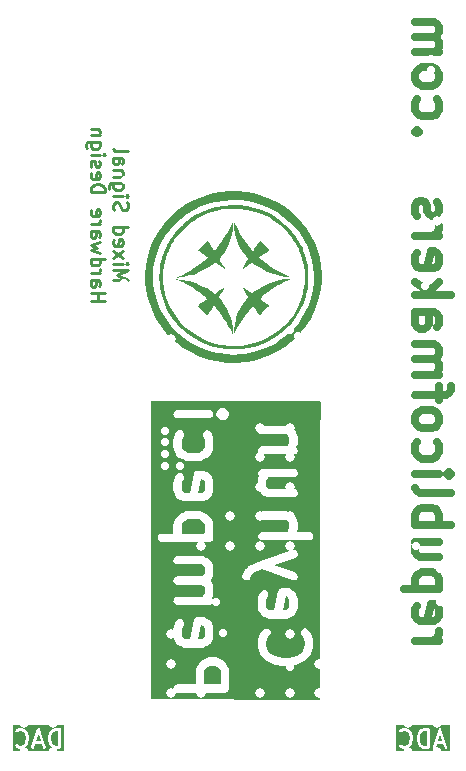
<source format=gbo>
%TF.GenerationSoftware,KiCad,Pcbnew,7.0.8*%
%TF.CreationDate,2024-04-22T21:24:51+09:00*%
%TF.ProjectId,MixedSignalKicad,4d697865-6453-4696-976e-616c4b696361,1.0*%
%TF.SameCoordinates,Original*%
%TF.FileFunction,Legend,Bot*%
%TF.FilePolarity,Positive*%
%FSLAX46Y46*%
G04 Gerber Fmt 4.6, Leading zero omitted, Abs format (unit mm)*
G04 Created by KiCad (PCBNEW 7.0.8) date 2024-04-22 21:24:51*
%MOMM*%
%LPD*%
G01*
G04 APERTURE LIST*
%ADD10C,0.150000*%
%ADD11C,0.250000*%
%ADD12C,0.700000*%
%ADD13C,1.900000*%
%ADD14C,3.000000*%
%ADD15C,0.800000*%
%ADD16C,6.400000*%
%ADD17C,1.448000*%
%ADD18C,0.650000*%
%ADD19O,1.000000X2.100000*%
%ADD20O,1.000000X1.600000*%
%ADD21R,1.070000X1.070000*%
%ADD22C,1.070000*%
%ADD23C,0.700000*%
G04 APERTURE END LIST*
D10*
X147875000Y-115700000D02*
X155025000Y-115700000D01*
X155025000Y-117950000D01*
X147875000Y-117950000D01*
X147875000Y-115700000D01*
G36*
X147875000Y-115700000D02*
G01*
X155025000Y-115700000D01*
X155025000Y-117950000D01*
X147875000Y-117950000D01*
X147875000Y-115700000D01*
G37*
X147900000Y-92800000D02*
X155050000Y-92800000D01*
X155050000Y-94250000D01*
X147900000Y-94250000D01*
X147900000Y-92800000D01*
G36*
X147900000Y-92800000D02*
G01*
X155050000Y-92800000D01*
X155050000Y-94250000D01*
X147900000Y-94250000D01*
X147900000Y-92800000D01*
G37*
D11*
G36*
X132910714Y-121928428D02*
G01*
X132698857Y-121928428D01*
X132531807Y-121872745D01*
X132424158Y-121765096D01*
X132367939Y-121652657D01*
X132303571Y-121395182D01*
X132303571Y-121211673D01*
X132367939Y-120954198D01*
X132424159Y-120841758D01*
X132531808Y-120734110D01*
X132698854Y-120678428D01*
X132910714Y-120678428D01*
X132910714Y-121928428D01*
G37*
G36*
X131433714Y-121499857D02*
G01*
X131066284Y-121499857D01*
X131249998Y-120948711D01*
X131433714Y-121499857D01*
G37*
G36*
X133375000Y-122392714D02*
G01*
X129053889Y-122392714D01*
X129053889Y-121901653D01*
X129268175Y-121901653D01*
X129283146Y-121970476D01*
X129304468Y-121998959D01*
X129375896Y-122070388D01*
X129385840Y-122075818D01*
X129392948Y-122084646D01*
X129424757Y-122100586D01*
X129639043Y-122172014D01*
X129641383Y-122172098D01*
X129643354Y-122173365D01*
X129678571Y-122178428D01*
X129821428Y-122178428D01*
X129823674Y-122177768D01*
X129825945Y-122178347D01*
X129860956Y-122172014D01*
X130075242Y-122100586D01*
X130084547Y-122094118D01*
X130095620Y-122091710D01*
X130105537Y-122084286D01*
X130628868Y-122084286D01*
X130664780Y-122144876D01*
X130727749Y-122176432D01*
X130797783Y-122168935D01*
X130852645Y-122124765D01*
X130868584Y-122092956D01*
X130982950Y-121749857D01*
X131517047Y-121749857D01*
X131631414Y-122092957D01*
X131671609Y-122150794D01*
X131736693Y-122177718D01*
X131806001Y-122165181D01*
X131857530Y-122117164D01*
X131874918Y-122048911D01*
X131868584Y-122013900D01*
X131667474Y-121410571D01*
X132053571Y-121410571D01*
X132054529Y-121413834D01*
X132057303Y-121440888D01*
X132128731Y-121726602D01*
X132130949Y-121730383D01*
X132138196Y-121752187D01*
X132209625Y-121895044D01*
X132211218Y-121896757D01*
X132211717Y-121899048D01*
X132233039Y-121927530D01*
X132375896Y-122070388D01*
X132385840Y-122075818D01*
X132392948Y-122084646D01*
X132424757Y-122100586D01*
X132639043Y-122172014D01*
X132641383Y-122172098D01*
X132643354Y-122173365D01*
X132678571Y-122178428D01*
X133035714Y-122178428D01*
X133044469Y-122175857D01*
X133053503Y-122177156D01*
X133077735Y-122166089D01*
X133103294Y-122158585D01*
X133109269Y-122151688D01*
X133117572Y-122147897D01*
X133131975Y-122125484D01*
X133149418Y-122105355D01*
X133150716Y-122096322D01*
X133155651Y-122088645D01*
X133160714Y-122053428D01*
X133160714Y-120553428D01*
X133158143Y-120544672D01*
X133159442Y-120535639D01*
X133148375Y-120511406D01*
X133140871Y-120485848D01*
X133133974Y-120479872D01*
X133130183Y-120471570D01*
X133107770Y-120457166D01*
X133087641Y-120439724D01*
X133078608Y-120438425D01*
X133070931Y-120433491D01*
X133035714Y-120428428D01*
X132678571Y-120428428D01*
X132676324Y-120429087D01*
X132674053Y-120428509D01*
X132639042Y-120434843D01*
X132424756Y-120506272D01*
X132415451Y-120512738D01*
X132404379Y-120515147D01*
X132375896Y-120536469D01*
X132233040Y-120679326D01*
X132231918Y-120681379D01*
X132229903Y-120682577D01*
X132209625Y-120711812D01*
X132138196Y-120854669D01*
X132137420Y-120858980D01*
X132128731Y-120880254D01*
X132057303Y-121165968D01*
X132057441Y-121169365D01*
X132053571Y-121196285D01*
X132053571Y-121410571D01*
X131667474Y-121410571D01*
X131368584Y-120513900D01*
X131350964Y-120488546D01*
X131335218Y-120461980D01*
X131331050Y-120459891D01*
X131328389Y-120456062D01*
X131299851Y-120444256D01*
X131272249Y-120430424D01*
X131267613Y-120430920D01*
X131263305Y-120429138D01*
X131232922Y-120434633D01*
X131202215Y-120437921D01*
X131198582Y-120440845D01*
X131193997Y-120441675D01*
X131171414Y-120462718D01*
X131147353Y-120482091D01*
X131144485Y-120487812D01*
X131142468Y-120489693D01*
X131141355Y-120494059D01*
X131131414Y-120513899D01*
X130631414Y-122013900D01*
X130628868Y-122084286D01*
X130105537Y-122084286D01*
X130124103Y-122070388D01*
X130266960Y-121927530D01*
X130268082Y-121925475D01*
X130270096Y-121924279D01*
X130290374Y-121895044D01*
X130361803Y-121752187D01*
X130362578Y-121747875D01*
X130371268Y-121726602D01*
X130442696Y-121440888D01*
X130442557Y-121437490D01*
X130446428Y-121410571D01*
X130446428Y-121196285D01*
X130445469Y-121193021D01*
X130442696Y-121165968D01*
X130371268Y-120880254D01*
X130369049Y-120876472D01*
X130361803Y-120854669D01*
X130290374Y-120711812D01*
X130288779Y-120710097D01*
X130288281Y-120707808D01*
X130266959Y-120679325D01*
X130124102Y-120536469D01*
X130114158Y-120531039D01*
X130107051Y-120522211D01*
X130075242Y-120506272D01*
X129860957Y-120434843D01*
X129858617Y-120434758D01*
X129856645Y-120433491D01*
X129821428Y-120428428D01*
X129678571Y-120428428D01*
X129676324Y-120429087D01*
X129674053Y-120428509D01*
X129639042Y-120434843D01*
X129424756Y-120506272D01*
X129415451Y-120512738D01*
X129404379Y-120515147D01*
X129375896Y-120536469D01*
X129304469Y-120607897D01*
X129270713Y-120669714D01*
X129275738Y-120739968D01*
X129317947Y-120796353D01*
X129383940Y-120820967D01*
X129452763Y-120805995D01*
X129481245Y-120784673D01*
X129531808Y-120734110D01*
X129698854Y-120678428D01*
X129801144Y-120678428D01*
X129968191Y-120734110D01*
X130075840Y-120841759D01*
X130132059Y-120954198D01*
X130196428Y-121211673D01*
X130196428Y-121395182D01*
X130132059Y-121652657D01*
X130075840Y-121765096D01*
X129968191Y-121872745D01*
X129801142Y-121928428D01*
X129698857Y-121928428D01*
X129531807Y-121872745D01*
X129481246Y-121822183D01*
X129419429Y-121788428D01*
X129349175Y-121793452D01*
X129292790Y-121835660D01*
X129268175Y-121901653D01*
X129053889Y-121901653D01*
X129053889Y-120214142D01*
X133375000Y-120214142D01*
X133375000Y-122392714D01*
G37*
D12*
X163153542Y-113075188D02*
X165153542Y-113075188D01*
X164582114Y-113075188D02*
X164867828Y-112932331D01*
X164867828Y-112932331D02*
X165010685Y-112789474D01*
X165010685Y-112789474D02*
X165153542Y-112503759D01*
X165153542Y-112503759D02*
X165153542Y-112218045D01*
X163296400Y-110075188D02*
X163153542Y-110360902D01*
X163153542Y-110360902D02*
X163153542Y-110932331D01*
X163153542Y-110932331D02*
X163296400Y-111218045D01*
X163296400Y-111218045D02*
X163582114Y-111360902D01*
X163582114Y-111360902D02*
X164724971Y-111360902D01*
X164724971Y-111360902D02*
X165010685Y-111218045D01*
X165010685Y-111218045D02*
X165153542Y-110932331D01*
X165153542Y-110932331D02*
X165153542Y-110360902D01*
X165153542Y-110360902D02*
X165010685Y-110075188D01*
X165010685Y-110075188D02*
X164724971Y-109932331D01*
X164724971Y-109932331D02*
X164439257Y-109932331D01*
X164439257Y-109932331D02*
X164153542Y-111360902D01*
X165153542Y-108646616D02*
X162153542Y-108646616D01*
X165010685Y-108646616D02*
X165153542Y-108360902D01*
X165153542Y-108360902D02*
X165153542Y-107789473D01*
X165153542Y-107789473D02*
X165010685Y-107503759D01*
X165010685Y-107503759D02*
X164867828Y-107360902D01*
X164867828Y-107360902D02*
X164582114Y-107218044D01*
X164582114Y-107218044D02*
X163724971Y-107218044D01*
X163724971Y-107218044D02*
X163439257Y-107360902D01*
X163439257Y-107360902D02*
X163296400Y-107503759D01*
X163296400Y-107503759D02*
X163153542Y-107789473D01*
X163153542Y-107789473D02*
X163153542Y-108360902D01*
X163153542Y-108360902D02*
X163296400Y-108646616D01*
X165153542Y-104646616D02*
X163153542Y-104646616D01*
X165153542Y-105932330D02*
X163582114Y-105932330D01*
X163582114Y-105932330D02*
X163296400Y-105789473D01*
X163296400Y-105789473D02*
X163153542Y-105503758D01*
X163153542Y-105503758D02*
X163153542Y-105075187D01*
X163153542Y-105075187D02*
X163296400Y-104789473D01*
X163296400Y-104789473D02*
X163439257Y-104646616D01*
X163153542Y-103218044D02*
X166153542Y-103218044D01*
X165010685Y-103218044D02*
X165153542Y-102932330D01*
X165153542Y-102932330D02*
X165153542Y-102360901D01*
X165153542Y-102360901D02*
X165010685Y-102075187D01*
X165010685Y-102075187D02*
X164867828Y-101932330D01*
X164867828Y-101932330D02*
X164582114Y-101789472D01*
X164582114Y-101789472D02*
X163724971Y-101789472D01*
X163724971Y-101789472D02*
X163439257Y-101932330D01*
X163439257Y-101932330D02*
X163296400Y-102075187D01*
X163296400Y-102075187D02*
X163153542Y-102360901D01*
X163153542Y-102360901D02*
X163153542Y-102932330D01*
X163153542Y-102932330D02*
X163296400Y-103218044D01*
X163153542Y-100075186D02*
X163296400Y-100360901D01*
X163296400Y-100360901D02*
X163582114Y-100503758D01*
X163582114Y-100503758D02*
X166153542Y-100503758D01*
X163153542Y-98932329D02*
X165153542Y-98932329D01*
X166153542Y-98932329D02*
X166010685Y-99075186D01*
X166010685Y-99075186D02*
X165867828Y-98932329D01*
X165867828Y-98932329D02*
X166010685Y-98789472D01*
X166010685Y-98789472D02*
X166153542Y-98932329D01*
X166153542Y-98932329D02*
X165867828Y-98932329D01*
X163296400Y-96218044D02*
X163153542Y-96503758D01*
X163153542Y-96503758D02*
X163153542Y-97075186D01*
X163153542Y-97075186D02*
X163296400Y-97360901D01*
X163296400Y-97360901D02*
X163439257Y-97503758D01*
X163439257Y-97503758D02*
X163724971Y-97646615D01*
X163724971Y-97646615D02*
X164582114Y-97646615D01*
X164582114Y-97646615D02*
X164867828Y-97503758D01*
X164867828Y-97503758D02*
X165010685Y-97360901D01*
X165010685Y-97360901D02*
X165153542Y-97075186D01*
X165153542Y-97075186D02*
X165153542Y-96503758D01*
X165153542Y-96503758D02*
X165010685Y-96218044D01*
X163153542Y-94503757D02*
X163296400Y-94789472D01*
X163296400Y-94789472D02*
X163439257Y-94932329D01*
X163439257Y-94932329D02*
X163724971Y-95075186D01*
X163724971Y-95075186D02*
X164582114Y-95075186D01*
X164582114Y-95075186D02*
X164867828Y-94932329D01*
X164867828Y-94932329D02*
X165010685Y-94789472D01*
X165010685Y-94789472D02*
X165153542Y-94503757D01*
X165153542Y-94503757D02*
X165153542Y-94075186D01*
X165153542Y-94075186D02*
X165010685Y-93789472D01*
X165010685Y-93789472D02*
X164867828Y-93646615D01*
X164867828Y-93646615D02*
X164582114Y-93503757D01*
X164582114Y-93503757D02*
X163724971Y-93503757D01*
X163724971Y-93503757D02*
X163439257Y-93646615D01*
X163439257Y-93646615D02*
X163296400Y-93789472D01*
X163296400Y-93789472D02*
X163153542Y-94075186D01*
X163153542Y-94075186D02*
X163153542Y-94503757D01*
X165153542Y-92646614D02*
X165153542Y-91503757D01*
X163153542Y-92218043D02*
X165724971Y-92218043D01*
X165724971Y-92218043D02*
X166010685Y-92075186D01*
X166010685Y-92075186D02*
X166153542Y-91789471D01*
X166153542Y-91789471D02*
X166153542Y-91503757D01*
X163153542Y-90503757D02*
X165153542Y-90503757D01*
X164867828Y-90503757D02*
X165010685Y-90360900D01*
X165010685Y-90360900D02*
X165153542Y-90075185D01*
X165153542Y-90075185D02*
X165153542Y-89646614D01*
X165153542Y-89646614D02*
X165010685Y-89360900D01*
X165010685Y-89360900D02*
X164724971Y-89218043D01*
X164724971Y-89218043D02*
X163153542Y-89218043D01*
X164724971Y-89218043D02*
X165010685Y-89075185D01*
X165010685Y-89075185D02*
X165153542Y-88789471D01*
X165153542Y-88789471D02*
X165153542Y-88360900D01*
X165153542Y-88360900D02*
X165010685Y-88075185D01*
X165010685Y-88075185D02*
X164724971Y-87932328D01*
X164724971Y-87932328D02*
X163153542Y-87932328D01*
X163153542Y-85218043D02*
X164724971Y-85218043D01*
X164724971Y-85218043D02*
X165010685Y-85360900D01*
X165010685Y-85360900D02*
X165153542Y-85646614D01*
X165153542Y-85646614D02*
X165153542Y-86218043D01*
X165153542Y-86218043D02*
X165010685Y-86503757D01*
X163296400Y-85218043D02*
X163153542Y-85503757D01*
X163153542Y-85503757D02*
X163153542Y-86218043D01*
X163153542Y-86218043D02*
X163296400Y-86503757D01*
X163296400Y-86503757D02*
X163582114Y-86646614D01*
X163582114Y-86646614D02*
X163867828Y-86646614D01*
X163867828Y-86646614D02*
X164153542Y-86503757D01*
X164153542Y-86503757D02*
X164296400Y-86218043D01*
X164296400Y-86218043D02*
X164296400Y-85503757D01*
X164296400Y-85503757D02*
X164439257Y-85218043D01*
X163153542Y-83789471D02*
X166153542Y-83789471D01*
X164296400Y-83503757D02*
X163153542Y-82646614D01*
X165153542Y-82646614D02*
X164010685Y-83789471D01*
X163296400Y-80218043D02*
X163153542Y-80503757D01*
X163153542Y-80503757D02*
X163153542Y-81075186D01*
X163153542Y-81075186D02*
X163296400Y-81360900D01*
X163296400Y-81360900D02*
X163582114Y-81503757D01*
X163582114Y-81503757D02*
X164724971Y-81503757D01*
X164724971Y-81503757D02*
X165010685Y-81360900D01*
X165010685Y-81360900D02*
X165153542Y-81075186D01*
X165153542Y-81075186D02*
X165153542Y-80503757D01*
X165153542Y-80503757D02*
X165010685Y-80218043D01*
X165010685Y-80218043D02*
X164724971Y-80075186D01*
X164724971Y-80075186D02*
X164439257Y-80075186D01*
X164439257Y-80075186D02*
X164153542Y-81503757D01*
X163153542Y-78789471D02*
X165153542Y-78789471D01*
X164582114Y-78789471D02*
X164867828Y-78646614D01*
X164867828Y-78646614D02*
X165010685Y-78503757D01*
X165010685Y-78503757D02*
X165153542Y-78218042D01*
X165153542Y-78218042D02*
X165153542Y-77932328D01*
X163296400Y-77075185D02*
X163153542Y-76789471D01*
X163153542Y-76789471D02*
X163153542Y-76218042D01*
X163153542Y-76218042D02*
X163296400Y-75932328D01*
X163296400Y-75932328D02*
X163582114Y-75789471D01*
X163582114Y-75789471D02*
X163724971Y-75789471D01*
X163724971Y-75789471D02*
X164010685Y-75932328D01*
X164010685Y-75932328D02*
X164153542Y-76218042D01*
X164153542Y-76218042D02*
X164153542Y-76646614D01*
X164153542Y-76646614D02*
X164296400Y-76932328D01*
X164296400Y-76932328D02*
X164582114Y-77075185D01*
X164582114Y-77075185D02*
X164724971Y-77075185D01*
X164724971Y-77075185D02*
X165010685Y-76932328D01*
X165010685Y-76932328D02*
X165153542Y-76646614D01*
X165153542Y-76646614D02*
X165153542Y-76218042D01*
X165153542Y-76218042D02*
X165010685Y-75932328D01*
X163439257Y-69932329D02*
X163296400Y-69789472D01*
X163296400Y-69789472D02*
X163153542Y-69932329D01*
X163153542Y-69932329D02*
X163296400Y-70075186D01*
X163296400Y-70075186D02*
X163439257Y-69932329D01*
X163439257Y-69932329D02*
X163153542Y-69932329D01*
X163296400Y-67218044D02*
X163153542Y-67503758D01*
X163153542Y-67503758D02*
X163153542Y-68075186D01*
X163153542Y-68075186D02*
X163296400Y-68360901D01*
X163296400Y-68360901D02*
X163439257Y-68503758D01*
X163439257Y-68503758D02*
X163724971Y-68646615D01*
X163724971Y-68646615D02*
X164582114Y-68646615D01*
X164582114Y-68646615D02*
X164867828Y-68503758D01*
X164867828Y-68503758D02*
X165010685Y-68360901D01*
X165010685Y-68360901D02*
X165153542Y-68075186D01*
X165153542Y-68075186D02*
X165153542Y-67503758D01*
X165153542Y-67503758D02*
X165010685Y-67218044D01*
X163153542Y-65503757D02*
X163296400Y-65789472D01*
X163296400Y-65789472D02*
X163439257Y-65932329D01*
X163439257Y-65932329D02*
X163724971Y-66075186D01*
X163724971Y-66075186D02*
X164582114Y-66075186D01*
X164582114Y-66075186D02*
X164867828Y-65932329D01*
X164867828Y-65932329D02*
X165010685Y-65789472D01*
X165010685Y-65789472D02*
X165153542Y-65503757D01*
X165153542Y-65503757D02*
X165153542Y-65075186D01*
X165153542Y-65075186D02*
X165010685Y-64789472D01*
X165010685Y-64789472D02*
X164867828Y-64646615D01*
X164867828Y-64646615D02*
X164582114Y-64503757D01*
X164582114Y-64503757D02*
X163724971Y-64503757D01*
X163724971Y-64503757D02*
X163439257Y-64646615D01*
X163439257Y-64646615D02*
X163296400Y-64789472D01*
X163296400Y-64789472D02*
X163153542Y-65075186D01*
X163153542Y-65075186D02*
X163153542Y-65503757D01*
X163153542Y-63218043D02*
X165153542Y-63218043D01*
X164867828Y-63218043D02*
X165010685Y-63075186D01*
X165010685Y-63075186D02*
X165153542Y-62789471D01*
X165153542Y-62789471D02*
X165153542Y-62360900D01*
X165153542Y-62360900D02*
X165010685Y-62075186D01*
X165010685Y-62075186D02*
X164724971Y-61932329D01*
X164724971Y-61932329D02*
X163153542Y-61932329D01*
X164724971Y-61932329D02*
X165010685Y-61789471D01*
X165010685Y-61789471D02*
X165153542Y-61503757D01*
X165153542Y-61503757D02*
X165153542Y-61075186D01*
X165153542Y-61075186D02*
X165010685Y-60789471D01*
X165010685Y-60789471D02*
X164724971Y-60646614D01*
X164724971Y-60646614D02*
X163153542Y-60646614D01*
D11*
X137591857Y-82485713D02*
X138791857Y-82485713D01*
X138791857Y-82485713D02*
X137934714Y-82085713D01*
X137934714Y-82085713D02*
X138791857Y-81685713D01*
X138791857Y-81685713D02*
X137591857Y-81685713D01*
X137591857Y-81114284D02*
X138391857Y-81114284D01*
X138791857Y-81114284D02*
X138734714Y-81171427D01*
X138734714Y-81171427D02*
X138677571Y-81114284D01*
X138677571Y-81114284D02*
X138734714Y-81057141D01*
X138734714Y-81057141D02*
X138791857Y-81114284D01*
X138791857Y-81114284D02*
X138677571Y-81114284D01*
X137591857Y-80657141D02*
X138391857Y-80028570D01*
X138391857Y-80657141D02*
X137591857Y-80028570D01*
X137649000Y-79114283D02*
X137591857Y-79228569D01*
X137591857Y-79228569D02*
X137591857Y-79457141D01*
X137591857Y-79457141D02*
X137649000Y-79571426D01*
X137649000Y-79571426D02*
X137763285Y-79628569D01*
X137763285Y-79628569D02*
X138220428Y-79628569D01*
X138220428Y-79628569D02*
X138334714Y-79571426D01*
X138334714Y-79571426D02*
X138391857Y-79457141D01*
X138391857Y-79457141D02*
X138391857Y-79228569D01*
X138391857Y-79228569D02*
X138334714Y-79114283D01*
X138334714Y-79114283D02*
X138220428Y-79057141D01*
X138220428Y-79057141D02*
X138106142Y-79057141D01*
X138106142Y-79057141D02*
X137991857Y-79628569D01*
X137591857Y-78028570D02*
X138791857Y-78028570D01*
X137649000Y-78028570D02*
X137591857Y-78142855D01*
X137591857Y-78142855D02*
X137591857Y-78371427D01*
X137591857Y-78371427D02*
X137649000Y-78485712D01*
X137649000Y-78485712D02*
X137706142Y-78542855D01*
X137706142Y-78542855D02*
X137820428Y-78599998D01*
X137820428Y-78599998D02*
X138163285Y-78599998D01*
X138163285Y-78599998D02*
X138277571Y-78542855D01*
X138277571Y-78542855D02*
X138334714Y-78485712D01*
X138334714Y-78485712D02*
X138391857Y-78371427D01*
X138391857Y-78371427D02*
X138391857Y-78142855D01*
X138391857Y-78142855D02*
X138334714Y-78028570D01*
X137649000Y-76599998D02*
X137591857Y-76428570D01*
X137591857Y-76428570D02*
X137591857Y-76142855D01*
X137591857Y-76142855D02*
X137649000Y-76028570D01*
X137649000Y-76028570D02*
X137706142Y-75971427D01*
X137706142Y-75971427D02*
X137820428Y-75914284D01*
X137820428Y-75914284D02*
X137934714Y-75914284D01*
X137934714Y-75914284D02*
X138049000Y-75971427D01*
X138049000Y-75971427D02*
X138106142Y-76028570D01*
X138106142Y-76028570D02*
X138163285Y-76142855D01*
X138163285Y-76142855D02*
X138220428Y-76371427D01*
X138220428Y-76371427D02*
X138277571Y-76485712D01*
X138277571Y-76485712D02*
X138334714Y-76542855D01*
X138334714Y-76542855D02*
X138449000Y-76599998D01*
X138449000Y-76599998D02*
X138563285Y-76599998D01*
X138563285Y-76599998D02*
X138677571Y-76542855D01*
X138677571Y-76542855D02*
X138734714Y-76485712D01*
X138734714Y-76485712D02*
X138791857Y-76371427D01*
X138791857Y-76371427D02*
X138791857Y-76085712D01*
X138791857Y-76085712D02*
X138734714Y-75914284D01*
X137591857Y-75399998D02*
X138391857Y-75399998D01*
X138791857Y-75399998D02*
X138734714Y-75457141D01*
X138734714Y-75457141D02*
X138677571Y-75399998D01*
X138677571Y-75399998D02*
X138734714Y-75342855D01*
X138734714Y-75342855D02*
X138791857Y-75399998D01*
X138791857Y-75399998D02*
X138677571Y-75399998D01*
X138391857Y-74314284D02*
X137420428Y-74314284D01*
X137420428Y-74314284D02*
X137306142Y-74371426D01*
X137306142Y-74371426D02*
X137249000Y-74428569D01*
X137249000Y-74428569D02*
X137191857Y-74542855D01*
X137191857Y-74542855D02*
X137191857Y-74714284D01*
X137191857Y-74714284D02*
X137249000Y-74828569D01*
X137649000Y-74314284D02*
X137591857Y-74428569D01*
X137591857Y-74428569D02*
X137591857Y-74657141D01*
X137591857Y-74657141D02*
X137649000Y-74771426D01*
X137649000Y-74771426D02*
X137706142Y-74828569D01*
X137706142Y-74828569D02*
X137820428Y-74885712D01*
X137820428Y-74885712D02*
X138163285Y-74885712D01*
X138163285Y-74885712D02*
X138277571Y-74828569D01*
X138277571Y-74828569D02*
X138334714Y-74771426D01*
X138334714Y-74771426D02*
X138391857Y-74657141D01*
X138391857Y-74657141D02*
X138391857Y-74428569D01*
X138391857Y-74428569D02*
X138334714Y-74314284D01*
X138391857Y-73742855D02*
X137591857Y-73742855D01*
X138277571Y-73742855D02*
X138334714Y-73685712D01*
X138334714Y-73685712D02*
X138391857Y-73571427D01*
X138391857Y-73571427D02*
X138391857Y-73399998D01*
X138391857Y-73399998D02*
X138334714Y-73285712D01*
X138334714Y-73285712D02*
X138220428Y-73228570D01*
X138220428Y-73228570D02*
X137591857Y-73228570D01*
X137591857Y-72142856D02*
X138220428Y-72142856D01*
X138220428Y-72142856D02*
X138334714Y-72199998D01*
X138334714Y-72199998D02*
X138391857Y-72314284D01*
X138391857Y-72314284D02*
X138391857Y-72542856D01*
X138391857Y-72542856D02*
X138334714Y-72657141D01*
X137649000Y-72142856D02*
X137591857Y-72257141D01*
X137591857Y-72257141D02*
X137591857Y-72542856D01*
X137591857Y-72542856D02*
X137649000Y-72657141D01*
X137649000Y-72657141D02*
X137763285Y-72714284D01*
X137763285Y-72714284D02*
X137877571Y-72714284D01*
X137877571Y-72714284D02*
X137991857Y-72657141D01*
X137991857Y-72657141D02*
X138049000Y-72542856D01*
X138049000Y-72542856D02*
X138049000Y-72257141D01*
X138049000Y-72257141D02*
X138106142Y-72142856D01*
X137591857Y-71399999D02*
X137649000Y-71514284D01*
X137649000Y-71514284D02*
X137763285Y-71571427D01*
X137763285Y-71571427D02*
X138791857Y-71571427D01*
X135659857Y-84285713D02*
X136859857Y-84285713D01*
X136288428Y-84285713D02*
X136288428Y-83599999D01*
X135659857Y-83599999D02*
X136859857Y-83599999D01*
X135659857Y-82514285D02*
X136288428Y-82514285D01*
X136288428Y-82514285D02*
X136402714Y-82571427D01*
X136402714Y-82571427D02*
X136459857Y-82685713D01*
X136459857Y-82685713D02*
X136459857Y-82914285D01*
X136459857Y-82914285D02*
X136402714Y-83028570D01*
X135717000Y-82514285D02*
X135659857Y-82628570D01*
X135659857Y-82628570D02*
X135659857Y-82914285D01*
X135659857Y-82914285D02*
X135717000Y-83028570D01*
X135717000Y-83028570D02*
X135831285Y-83085713D01*
X135831285Y-83085713D02*
X135945571Y-83085713D01*
X135945571Y-83085713D02*
X136059857Y-83028570D01*
X136059857Y-83028570D02*
X136117000Y-82914285D01*
X136117000Y-82914285D02*
X136117000Y-82628570D01*
X136117000Y-82628570D02*
X136174142Y-82514285D01*
X135659857Y-81942856D02*
X136459857Y-81942856D01*
X136231285Y-81942856D02*
X136345571Y-81885713D01*
X136345571Y-81885713D02*
X136402714Y-81828571D01*
X136402714Y-81828571D02*
X136459857Y-81714285D01*
X136459857Y-81714285D02*
X136459857Y-81599999D01*
X135659857Y-80685714D02*
X136859857Y-80685714D01*
X135717000Y-80685714D02*
X135659857Y-80799999D01*
X135659857Y-80799999D02*
X135659857Y-81028571D01*
X135659857Y-81028571D02*
X135717000Y-81142856D01*
X135717000Y-81142856D02*
X135774142Y-81199999D01*
X135774142Y-81199999D02*
X135888428Y-81257142D01*
X135888428Y-81257142D02*
X136231285Y-81257142D01*
X136231285Y-81257142D02*
X136345571Y-81199999D01*
X136345571Y-81199999D02*
X136402714Y-81142856D01*
X136402714Y-81142856D02*
X136459857Y-81028571D01*
X136459857Y-81028571D02*
X136459857Y-80799999D01*
X136459857Y-80799999D02*
X136402714Y-80685714D01*
X136459857Y-80228571D02*
X135659857Y-80000000D01*
X135659857Y-80000000D02*
X136231285Y-79771428D01*
X136231285Y-79771428D02*
X135659857Y-79542857D01*
X135659857Y-79542857D02*
X136459857Y-79314285D01*
X135659857Y-78342857D02*
X136288428Y-78342857D01*
X136288428Y-78342857D02*
X136402714Y-78399999D01*
X136402714Y-78399999D02*
X136459857Y-78514285D01*
X136459857Y-78514285D02*
X136459857Y-78742857D01*
X136459857Y-78742857D02*
X136402714Y-78857142D01*
X135717000Y-78342857D02*
X135659857Y-78457142D01*
X135659857Y-78457142D02*
X135659857Y-78742857D01*
X135659857Y-78742857D02*
X135717000Y-78857142D01*
X135717000Y-78857142D02*
X135831285Y-78914285D01*
X135831285Y-78914285D02*
X135945571Y-78914285D01*
X135945571Y-78914285D02*
X136059857Y-78857142D01*
X136059857Y-78857142D02*
X136117000Y-78742857D01*
X136117000Y-78742857D02*
X136117000Y-78457142D01*
X136117000Y-78457142D02*
X136174142Y-78342857D01*
X135659857Y-77771428D02*
X136459857Y-77771428D01*
X136231285Y-77771428D02*
X136345571Y-77714285D01*
X136345571Y-77714285D02*
X136402714Y-77657143D01*
X136402714Y-77657143D02*
X136459857Y-77542857D01*
X136459857Y-77542857D02*
X136459857Y-77428571D01*
X135717000Y-76571428D02*
X135659857Y-76685714D01*
X135659857Y-76685714D02*
X135659857Y-76914286D01*
X135659857Y-76914286D02*
X135717000Y-77028571D01*
X135717000Y-77028571D02*
X135831285Y-77085714D01*
X135831285Y-77085714D02*
X136288428Y-77085714D01*
X136288428Y-77085714D02*
X136402714Y-77028571D01*
X136402714Y-77028571D02*
X136459857Y-76914286D01*
X136459857Y-76914286D02*
X136459857Y-76685714D01*
X136459857Y-76685714D02*
X136402714Y-76571428D01*
X136402714Y-76571428D02*
X136288428Y-76514286D01*
X136288428Y-76514286D02*
X136174142Y-76514286D01*
X136174142Y-76514286D02*
X136059857Y-77085714D01*
X135659857Y-75085714D02*
X136859857Y-75085714D01*
X136859857Y-75085714D02*
X136859857Y-74800000D01*
X136859857Y-74800000D02*
X136802714Y-74628571D01*
X136802714Y-74628571D02*
X136688428Y-74514286D01*
X136688428Y-74514286D02*
X136574142Y-74457143D01*
X136574142Y-74457143D02*
X136345571Y-74400000D01*
X136345571Y-74400000D02*
X136174142Y-74400000D01*
X136174142Y-74400000D02*
X135945571Y-74457143D01*
X135945571Y-74457143D02*
X135831285Y-74514286D01*
X135831285Y-74514286D02*
X135717000Y-74628571D01*
X135717000Y-74628571D02*
X135659857Y-74800000D01*
X135659857Y-74800000D02*
X135659857Y-75085714D01*
X135717000Y-73428571D02*
X135659857Y-73542857D01*
X135659857Y-73542857D02*
X135659857Y-73771429D01*
X135659857Y-73771429D02*
X135717000Y-73885714D01*
X135717000Y-73885714D02*
X135831285Y-73942857D01*
X135831285Y-73942857D02*
X136288428Y-73942857D01*
X136288428Y-73942857D02*
X136402714Y-73885714D01*
X136402714Y-73885714D02*
X136459857Y-73771429D01*
X136459857Y-73771429D02*
X136459857Y-73542857D01*
X136459857Y-73542857D02*
X136402714Y-73428571D01*
X136402714Y-73428571D02*
X136288428Y-73371429D01*
X136288428Y-73371429D02*
X136174142Y-73371429D01*
X136174142Y-73371429D02*
X136059857Y-73942857D01*
X135717000Y-72914286D02*
X135659857Y-72800000D01*
X135659857Y-72800000D02*
X135659857Y-72571429D01*
X135659857Y-72571429D02*
X135717000Y-72457143D01*
X135717000Y-72457143D02*
X135831285Y-72400000D01*
X135831285Y-72400000D02*
X135888428Y-72400000D01*
X135888428Y-72400000D02*
X136002714Y-72457143D01*
X136002714Y-72457143D02*
X136059857Y-72571429D01*
X136059857Y-72571429D02*
X136059857Y-72742858D01*
X136059857Y-72742858D02*
X136117000Y-72857143D01*
X136117000Y-72857143D02*
X136231285Y-72914286D01*
X136231285Y-72914286D02*
X136288428Y-72914286D01*
X136288428Y-72914286D02*
X136402714Y-72857143D01*
X136402714Y-72857143D02*
X136459857Y-72742858D01*
X136459857Y-72742858D02*
X136459857Y-72571429D01*
X136459857Y-72571429D02*
X136402714Y-72457143D01*
X135659857Y-71885714D02*
X136459857Y-71885714D01*
X136859857Y-71885714D02*
X136802714Y-71942857D01*
X136802714Y-71942857D02*
X136745571Y-71885714D01*
X136745571Y-71885714D02*
X136802714Y-71828571D01*
X136802714Y-71828571D02*
X136859857Y-71885714D01*
X136859857Y-71885714D02*
X136745571Y-71885714D01*
X136459857Y-70800000D02*
X135488428Y-70800000D01*
X135488428Y-70800000D02*
X135374142Y-70857142D01*
X135374142Y-70857142D02*
X135317000Y-70914285D01*
X135317000Y-70914285D02*
X135259857Y-71028571D01*
X135259857Y-71028571D02*
X135259857Y-71200000D01*
X135259857Y-71200000D02*
X135317000Y-71314285D01*
X135717000Y-70800000D02*
X135659857Y-70914285D01*
X135659857Y-70914285D02*
X135659857Y-71142857D01*
X135659857Y-71142857D02*
X135717000Y-71257142D01*
X135717000Y-71257142D02*
X135774142Y-71314285D01*
X135774142Y-71314285D02*
X135888428Y-71371428D01*
X135888428Y-71371428D02*
X136231285Y-71371428D01*
X136231285Y-71371428D02*
X136345571Y-71314285D01*
X136345571Y-71314285D02*
X136402714Y-71257142D01*
X136402714Y-71257142D02*
X136459857Y-71142857D01*
X136459857Y-71142857D02*
X136459857Y-70914285D01*
X136459857Y-70914285D02*
X136402714Y-70800000D01*
X136459857Y-70228571D02*
X135659857Y-70228571D01*
X136345571Y-70228571D02*
X136402714Y-70171428D01*
X136402714Y-70171428D02*
X136459857Y-70057143D01*
X136459857Y-70057143D02*
X136459857Y-69885714D01*
X136459857Y-69885714D02*
X136402714Y-69771428D01*
X136402714Y-69771428D02*
X136288428Y-69714286D01*
X136288428Y-69714286D02*
X135659857Y-69714286D01*
D12*
G36*
X146437644Y-115279502D02*
G01*
X146547796Y-115389654D01*
X146675923Y-115645908D01*
X146675923Y-116737093D01*
X145280685Y-116737093D01*
X145280685Y-115645907D01*
X145408810Y-115389655D01*
X145518961Y-115279505D01*
X145775215Y-115151378D01*
X146181394Y-115151378D01*
X146437644Y-115279502D01*
G37*
G36*
X145241239Y-111824158D02*
G01*
X145342590Y-112026860D01*
X145342590Y-112623516D01*
X145241239Y-112826217D01*
X145038537Y-112927569D01*
X144786188Y-112927569D01*
X145027140Y-111722807D01*
X145038537Y-111722807D01*
X145241239Y-111824158D01*
G37*
G36*
X145104314Y-102898553D02*
G01*
X145214463Y-103008703D01*
X145342590Y-103264956D01*
X145342590Y-103861612D01*
X145285802Y-103975189D01*
X143432712Y-103975189D01*
X143375923Y-103861612D01*
X143375923Y-103264954D01*
X143504048Y-103008704D01*
X143614200Y-102898553D01*
X143870453Y-102770427D01*
X144848061Y-102770427D01*
X145104314Y-102898553D01*
G37*
G36*
X145241239Y-99443206D02*
G01*
X145342590Y-99645908D01*
X145342590Y-100242564D01*
X145241239Y-100445265D01*
X145038537Y-100546617D01*
X144786188Y-100546617D01*
X145027140Y-99341855D01*
X145038537Y-99341855D01*
X145241239Y-99443206D01*
G37*
G36*
X147947352Y-118008522D02*
G01*
X140772356Y-118008522D01*
X140772356Y-117115996D01*
X142677118Y-117115996D01*
X142705402Y-117227686D01*
X142768420Y-117324142D01*
X142859341Y-117394909D01*
X142968315Y-117432319D01*
X143025923Y-117437093D01*
X147025923Y-117437093D01*
X147040298Y-117434694D01*
X147054826Y-117435898D01*
X147096833Y-117425260D01*
X147139568Y-117418129D01*
X147152385Y-117411192D01*
X147166516Y-117407614D01*
X147202792Y-117383913D01*
X147240897Y-117363292D01*
X147250768Y-117352569D01*
X147262972Y-117344596D01*
X147289588Y-117310399D01*
X147318931Y-117278525D01*
X147324785Y-117265178D01*
X147333739Y-117253675D01*
X147347808Y-117212691D01*
X147365213Y-117173013D01*
X147366416Y-117158485D01*
X147371149Y-117144701D01*
X147375923Y-117087093D01*
X147375923Y-115563283D01*
X147367359Y-115511967D01*
X147360465Y-115460419D01*
X147357538Y-115453113D01*
X147356959Y-115449638D01*
X147353833Y-115443863D01*
X147338972Y-115406758D01*
X147148497Y-115025806D01*
X147132346Y-115003608D01*
X147120294Y-114978955D01*
X147082935Y-114934844D01*
X146892459Y-114744367D01*
X146870120Y-114728417D01*
X146850887Y-114708837D01*
X146801496Y-114678804D01*
X146420544Y-114488328D01*
X146370813Y-114473037D01*
X146321627Y-114456152D01*
X146313781Y-114455501D01*
X146310416Y-114454467D01*
X146303858Y-114454679D01*
X146264019Y-114451378D01*
X145692590Y-114451378D01*
X145641274Y-114459941D01*
X145589726Y-114466836D01*
X145582420Y-114469762D01*
X145578945Y-114470342D01*
X145573170Y-114473467D01*
X145536065Y-114488329D01*
X145155113Y-114678804D01*
X145132917Y-114694952D01*
X145108261Y-114707007D01*
X145064151Y-114744367D01*
X144873674Y-114934844D01*
X144857726Y-114957179D01*
X144838144Y-114976415D01*
X144808111Y-115025806D01*
X144617635Y-115406758D01*
X144602344Y-115456488D01*
X144585459Y-115505675D01*
X144584808Y-115513520D01*
X144583774Y-115516886D01*
X144583986Y-115523443D01*
X144580685Y-115563283D01*
X144580685Y-116737093D01*
X143025923Y-116737093D01*
X142912278Y-116756057D01*
X142810949Y-116810894D01*
X142732915Y-116895661D01*
X142686633Y-117001173D01*
X142677118Y-117115996D01*
X140772356Y-117115996D01*
X140772356Y-112706140D01*
X142675923Y-112706140D01*
X142684486Y-112757455D01*
X142691381Y-112809004D01*
X142694307Y-112816309D01*
X142694887Y-112819785D01*
X142698012Y-112825559D01*
X142712874Y-112862665D01*
X142903351Y-113243618D01*
X142918581Y-113264552D01*
X142929745Y-113287914D01*
X142952243Y-113310818D01*
X142971136Y-113336785D01*
X142992345Y-113351643D01*
X143010484Y-113370109D01*
X143059875Y-113400143D01*
X143440827Y-113590618D01*
X143490541Y-113605904D01*
X143539744Y-113622795D01*
X143547589Y-113623445D01*
X143550955Y-113624480D01*
X143557512Y-113624267D01*
X143597352Y-113627569D01*
X145121161Y-113627569D01*
X145172462Y-113619008D01*
X145224024Y-113612112D01*
X145231332Y-113609184D01*
X145234806Y-113608605D01*
X145240576Y-113605482D01*
X145277685Y-113590619D01*
X145658638Y-113400143D01*
X145679571Y-113384912D01*
X145702936Y-113373748D01*
X145725844Y-113351244D01*
X145751805Y-113332357D01*
X145766659Y-113311153D01*
X145785131Y-113293009D01*
X145815164Y-113243617D01*
X146005640Y-112862665D01*
X146020929Y-112812938D01*
X146037816Y-112763748D01*
X146038466Y-112755901D01*
X146039501Y-112752536D01*
X146039288Y-112745979D01*
X146042590Y-112706140D01*
X146042590Y-111944235D01*
X146034026Y-111892919D01*
X146027132Y-111841371D01*
X146024205Y-111834065D01*
X146023626Y-111830590D01*
X146020500Y-111824815D01*
X146005639Y-111787710D01*
X145815164Y-111406758D01*
X145799932Y-111385823D01*
X145788769Y-111362461D01*
X145766267Y-111339554D01*
X145747378Y-111313592D01*
X145726171Y-111298735D01*
X145708029Y-111280266D01*
X145658638Y-111250233D01*
X145277685Y-111059757D01*
X145227964Y-111044469D01*
X145178769Y-111027581D01*
X145170922Y-111026930D01*
X145167557Y-111025896D01*
X145161000Y-111026108D01*
X145121161Y-111022807D01*
X144740209Y-111022807D01*
X144702947Y-111029024D01*
X144665206Y-111030937D01*
X144646469Y-111038449D01*
X144626564Y-111041771D01*
X144593337Y-111059752D01*
X144558264Y-111073815D01*
X144542982Y-111087003D01*
X144525235Y-111096608D01*
X144499649Y-111124401D01*
X144471040Y-111149092D01*
X144460868Y-111166527D01*
X144447201Y-111181375D01*
X144432023Y-111215976D01*
X144412985Y-111248613D01*
X144403989Y-111279886D01*
X144400919Y-111286887D01*
X144400491Y-111292049D01*
X144397006Y-111304166D01*
X144072326Y-112927569D01*
X143679977Y-112927569D01*
X143477274Y-112826217D01*
X143375923Y-112623516D01*
X143375923Y-112026858D01*
X143529449Y-111719808D01*
X143563311Y-111609680D01*
X143559579Y-111494525D01*
X143518660Y-111386820D01*
X143444985Y-111298238D01*
X143346540Y-111238377D01*
X143233992Y-111213725D01*
X143119537Y-111226953D01*
X143015579Y-111276627D01*
X142933384Y-111357366D01*
X142903351Y-111406757D01*
X142712874Y-111787710D01*
X142697587Y-111837424D01*
X142680697Y-111886627D01*
X142680046Y-111894472D01*
X142679012Y-111897838D01*
X142679224Y-111904395D01*
X142675923Y-111944235D01*
X142675923Y-112706140D01*
X140772356Y-112706140D01*
X140772356Y-109687425D01*
X142677118Y-109687425D01*
X142705402Y-109799115D01*
X142768420Y-109895571D01*
X142859341Y-109966338D01*
X142968315Y-110003748D01*
X143025923Y-110008522D01*
X145692590Y-110008522D01*
X145806235Y-109989558D01*
X145907564Y-109934721D01*
X145985598Y-109849954D01*
X146031880Y-109744442D01*
X146041395Y-109629619D01*
X146013111Y-109517929D01*
X145950093Y-109421473D01*
X145926063Y-109402769D01*
X146005639Y-109243618D01*
X146020925Y-109193903D01*
X146037816Y-109144701D01*
X146038466Y-109136855D01*
X146039501Y-109133490D01*
X146039288Y-109126932D01*
X146042590Y-109087093D01*
X146042590Y-108515664D01*
X146034026Y-108464348D01*
X146027132Y-108412800D01*
X146024205Y-108405494D01*
X146023626Y-108402019D01*
X146020500Y-108396244D01*
X146005639Y-108359139D01*
X145815164Y-107978187D01*
X145799932Y-107957252D01*
X145794067Y-107944978D01*
X145815164Y-107910284D01*
X146005640Y-107529332D01*
X146020929Y-107479605D01*
X146037816Y-107430415D01*
X146038466Y-107422568D01*
X146039501Y-107419203D01*
X146039288Y-107412646D01*
X146042590Y-107372807D01*
X146042590Y-106801379D01*
X146034029Y-106750077D01*
X146027133Y-106698516D01*
X146024205Y-106691206D01*
X146023626Y-106687734D01*
X146020503Y-106681964D01*
X146005640Y-106644854D01*
X145815164Y-106263902D01*
X145799933Y-106242968D01*
X145788769Y-106219604D01*
X145766266Y-106196696D01*
X145747378Y-106170735D01*
X145726171Y-106155878D01*
X145708029Y-106137409D01*
X145658638Y-106107376D01*
X145277685Y-105916900D01*
X145227964Y-105901612D01*
X145178769Y-105884724D01*
X145170922Y-105884073D01*
X145167557Y-105883039D01*
X145161000Y-105883251D01*
X145121161Y-105879950D01*
X143025923Y-105879950D01*
X142912278Y-105898914D01*
X142810949Y-105953751D01*
X142732915Y-106038518D01*
X142686633Y-106144030D01*
X142677118Y-106258853D01*
X142705402Y-106370543D01*
X142768420Y-106466999D01*
X142859341Y-106537766D01*
X142968315Y-106575176D01*
X143025923Y-106579950D01*
X145038537Y-106579950D01*
X145241239Y-106681301D01*
X145342590Y-106884002D01*
X145342590Y-107290183D01*
X145241239Y-107492884D01*
X145038537Y-107594236D01*
X143025923Y-107594236D01*
X142912278Y-107613200D01*
X142810949Y-107668037D01*
X142732915Y-107752804D01*
X142686633Y-107858316D01*
X142677118Y-107973139D01*
X142705402Y-108084829D01*
X142768420Y-108181285D01*
X142859341Y-108252052D01*
X142968315Y-108289462D01*
X143025923Y-108294236D01*
X145038537Y-108294236D01*
X145241239Y-108395587D01*
X145342590Y-108598289D01*
X145342590Y-109004468D01*
X145214463Y-109260722D01*
X145166663Y-109308522D01*
X143025923Y-109308522D01*
X142912278Y-109327486D01*
X142810949Y-109382323D01*
X142732915Y-109467090D01*
X142686633Y-109572602D01*
X142677118Y-109687425D01*
X140772356Y-109687425D01*
X140772356Y-104354092D01*
X141343785Y-104354092D01*
X141372069Y-104465782D01*
X141435087Y-104562238D01*
X141526008Y-104633005D01*
X141634982Y-104670415D01*
X141692590Y-104675189D01*
X145692590Y-104675189D01*
X145806235Y-104656225D01*
X145907564Y-104601388D01*
X145985598Y-104516621D01*
X146031880Y-104411109D01*
X146041395Y-104296286D01*
X146013111Y-104184596D01*
X145985133Y-104141773D01*
X146005640Y-104100761D01*
X146020929Y-104051034D01*
X146037816Y-104001844D01*
X146038466Y-103993997D01*
X146039501Y-103990632D01*
X146039288Y-103984075D01*
X146042590Y-103944236D01*
X146042590Y-103182331D01*
X146034026Y-103131015D01*
X146027132Y-103079467D01*
X146024205Y-103072161D01*
X146023626Y-103068686D01*
X146020500Y-103062911D01*
X146005639Y-103025806D01*
X145815164Y-102644854D01*
X145799013Y-102622656D01*
X145786961Y-102598003D01*
X145749602Y-102553892D01*
X145559125Y-102363416D01*
X145536787Y-102347467D01*
X145517553Y-102327886D01*
X145468162Y-102297853D01*
X145087209Y-102107377D01*
X145037488Y-102092089D01*
X144988293Y-102075201D01*
X144980446Y-102074550D01*
X144977081Y-102073516D01*
X144970524Y-102073728D01*
X144930685Y-102070427D01*
X143787828Y-102070427D01*
X143736512Y-102078990D01*
X143684964Y-102085885D01*
X143677658Y-102088811D01*
X143674183Y-102089391D01*
X143668408Y-102092516D01*
X143631303Y-102107378D01*
X143250351Y-102297853D01*
X143228153Y-102314003D01*
X143203500Y-102326056D01*
X143159389Y-102363415D01*
X142968913Y-102553892D01*
X142952965Y-102576226D01*
X142933384Y-102595462D01*
X142903351Y-102644853D01*
X142712874Y-103025806D01*
X142697587Y-103075520D01*
X142680697Y-103124723D01*
X142680046Y-103132568D01*
X142679012Y-103135934D01*
X142679224Y-103142491D01*
X142675923Y-103182331D01*
X142675923Y-103944236D01*
X142681088Y-103975189D01*
X141692590Y-103975189D01*
X141578945Y-103994153D01*
X141477616Y-104048990D01*
X141399582Y-104133757D01*
X141353300Y-104239269D01*
X141343785Y-104354092D01*
X140772356Y-104354092D01*
X140772356Y-100325188D01*
X142675923Y-100325188D01*
X142684486Y-100376503D01*
X142691381Y-100428052D01*
X142694307Y-100435357D01*
X142694887Y-100438833D01*
X142698012Y-100444607D01*
X142712874Y-100481713D01*
X142903351Y-100862666D01*
X142918581Y-100883600D01*
X142929745Y-100906962D01*
X142952243Y-100929866D01*
X142971136Y-100955833D01*
X142992345Y-100970691D01*
X143010484Y-100989157D01*
X143059875Y-101019191D01*
X143440827Y-101209666D01*
X143490541Y-101224952D01*
X143539744Y-101241843D01*
X143547589Y-101242493D01*
X143550955Y-101243528D01*
X143557512Y-101243315D01*
X143597352Y-101246617D01*
X145121161Y-101246617D01*
X145172462Y-101238056D01*
X145224024Y-101231160D01*
X145231332Y-101228232D01*
X145234806Y-101227653D01*
X145240576Y-101224530D01*
X145277685Y-101209667D01*
X145658638Y-101019191D01*
X145679571Y-101003960D01*
X145702936Y-100992796D01*
X145725844Y-100970292D01*
X145751805Y-100951405D01*
X145766659Y-100930201D01*
X145785131Y-100912057D01*
X145815164Y-100862665D01*
X146005640Y-100481713D01*
X146020929Y-100431986D01*
X146037816Y-100382796D01*
X146038466Y-100374949D01*
X146039501Y-100371584D01*
X146039288Y-100365027D01*
X146042590Y-100325188D01*
X146042590Y-99563283D01*
X146034026Y-99511967D01*
X146027132Y-99460419D01*
X146024205Y-99453113D01*
X146023626Y-99449638D01*
X146020500Y-99443863D01*
X146005639Y-99406758D01*
X145815164Y-99025806D01*
X145799932Y-99004871D01*
X145788769Y-98981509D01*
X145766267Y-98958602D01*
X145747378Y-98932640D01*
X145726171Y-98917783D01*
X145708029Y-98899314D01*
X145658638Y-98869281D01*
X145277685Y-98678805D01*
X145227964Y-98663517D01*
X145178769Y-98646629D01*
X145170922Y-98645978D01*
X145167557Y-98644944D01*
X145161000Y-98645156D01*
X145121161Y-98641855D01*
X144740209Y-98641855D01*
X144702947Y-98648072D01*
X144665206Y-98649985D01*
X144646469Y-98657497D01*
X144626564Y-98660819D01*
X144593337Y-98678800D01*
X144558264Y-98692863D01*
X144542982Y-98706051D01*
X144525235Y-98715656D01*
X144499649Y-98743449D01*
X144471040Y-98768140D01*
X144460868Y-98785575D01*
X144447201Y-98800423D01*
X144432023Y-98835024D01*
X144412985Y-98867661D01*
X144403989Y-98898934D01*
X144400919Y-98905935D01*
X144400491Y-98911097D01*
X144397006Y-98923214D01*
X144072326Y-100546617D01*
X143679977Y-100546617D01*
X143477274Y-100445265D01*
X143375923Y-100242564D01*
X143375923Y-99645906D01*
X143529449Y-99338856D01*
X143563311Y-99228728D01*
X143559579Y-99113573D01*
X143518660Y-99005868D01*
X143444985Y-98917286D01*
X143346540Y-98857425D01*
X143233992Y-98832773D01*
X143119537Y-98846001D01*
X143015579Y-98895675D01*
X142933384Y-98976414D01*
X142903351Y-99025805D01*
X142712874Y-99406758D01*
X142697587Y-99456472D01*
X142680697Y-99505675D01*
X142680046Y-99513520D01*
X142679012Y-99516886D01*
X142679224Y-99523443D01*
X142675923Y-99563283D01*
X142675923Y-100325188D01*
X140772356Y-100325188D01*
X140772356Y-96706141D01*
X142675923Y-96706141D01*
X142684485Y-96757454D01*
X142691381Y-96809005D01*
X142694307Y-96816310D01*
X142694887Y-96819786D01*
X142698012Y-96825560D01*
X142712874Y-96862666D01*
X142903351Y-97243619D01*
X142919499Y-97265814D01*
X142931553Y-97290469D01*
X142968912Y-97334580D01*
X143159388Y-97525056D01*
X143181726Y-97541005D01*
X143200960Y-97560586D01*
X143250351Y-97590620D01*
X143631303Y-97781095D01*
X143681017Y-97796381D01*
X143730220Y-97813272D01*
X143738065Y-97813922D01*
X143741431Y-97814957D01*
X143747988Y-97814744D01*
X143787828Y-97818046D01*
X144930685Y-97818046D01*
X144981986Y-97809485D01*
X145033548Y-97802589D01*
X145040856Y-97799661D01*
X145044330Y-97799082D01*
X145050100Y-97795959D01*
X145087209Y-97781096D01*
X145468162Y-97590620D01*
X145490359Y-97574469D01*
X145515015Y-97562416D01*
X145559126Y-97525057D01*
X145749602Y-97334580D01*
X145765552Y-97312239D01*
X145785130Y-97293009D01*
X145815164Y-97243618D01*
X146005639Y-96862666D01*
X146020925Y-96812951D01*
X146037816Y-96763749D01*
X146038466Y-96755903D01*
X146039501Y-96752538D01*
X146039288Y-96745980D01*
X146042590Y-96706141D01*
X146042590Y-95944236D01*
X146034026Y-95892920D01*
X146027132Y-95841372D01*
X146024205Y-95834066D01*
X146023626Y-95830591D01*
X146020500Y-95824816D01*
X146005639Y-95787711D01*
X145815164Y-95406759D01*
X145747378Y-95313593D01*
X145653015Y-95247485D01*
X145542299Y-95215599D01*
X145427228Y-95221389D01*
X145320272Y-95264229D01*
X145233022Y-95339476D01*
X145174932Y-95438978D01*
X145152297Y-95551948D01*
X145167571Y-95666148D01*
X145189064Y-95719809D01*
X145342590Y-96026861D01*
X145342590Y-96623516D01*
X145214463Y-96879770D01*
X145104313Y-96989920D01*
X144848061Y-97118046D01*
X143870453Y-97118046D01*
X143614201Y-96989920D01*
X143504047Y-96879766D01*
X143375923Y-96623517D01*
X143375923Y-96026859D01*
X143529449Y-95719809D01*
X143563311Y-95609681D01*
X143559579Y-95494526D01*
X143518660Y-95386821D01*
X143444985Y-95298239D01*
X143346540Y-95238378D01*
X143233992Y-95213726D01*
X143119537Y-95226954D01*
X143015579Y-95276628D01*
X142933384Y-95357367D01*
X142903351Y-95406758D01*
X142712874Y-95787711D01*
X142697587Y-95837425D01*
X142680697Y-95886628D01*
X142680046Y-95894473D01*
X142679012Y-95897839D01*
X142679224Y-95904396D01*
X142675923Y-95944236D01*
X142675923Y-96706141D01*
X140772356Y-96706141D01*
X140772356Y-93877902D01*
X142677118Y-93877902D01*
X142705402Y-93989592D01*
X142768420Y-94086048D01*
X142859341Y-94156815D01*
X142968315Y-94194225D01*
X143025923Y-94198999D01*
X145692590Y-94198999D01*
X145806235Y-94180035D01*
X145907564Y-94125198D01*
X145985598Y-94040431D01*
X146031880Y-93934919D01*
X146040198Y-93834536D01*
X146295270Y-93834536D01*
X146297966Y-93856171D01*
X146296166Y-93877902D01*
X146301519Y-93899040D01*
X146302420Y-93920825D01*
X146307718Y-93934402D01*
X146309521Y-93948867D01*
X146319097Y-93968456D01*
X146324450Y-93989592D01*
X146336377Y-94007848D01*
X146344303Y-94028159D01*
X146353721Y-94039279D01*
X146360124Y-94052376D01*
X146383502Y-94079978D01*
X146387468Y-94086048D01*
X146390916Y-94088732D01*
X146397484Y-94096486D01*
X146587960Y-94286963D01*
X146599820Y-94295431D01*
X146609242Y-94306555D01*
X146646470Y-94328738D01*
X146681729Y-94353912D01*
X146695696Y-94358070D01*
X146708219Y-94365532D01*
X146750629Y-94374424D01*
X146792155Y-94386787D01*
X146806717Y-94386184D01*
X146820984Y-94389176D01*
X146863982Y-94383816D01*
X146907272Y-94382026D01*
X146920849Y-94376728D01*
X146935315Y-94374925D01*
X146974243Y-94355893D01*
X147014607Y-94340144D01*
X147025730Y-94330723D01*
X147038824Y-94324322D01*
X147082934Y-94286962D01*
X147273411Y-94096486D01*
X147281880Y-94084623D01*
X147293002Y-94075204D01*
X147304163Y-94056472D01*
X147318931Y-94040431D01*
X147327689Y-94020462D01*
X147340360Y-94002717D01*
X147344518Y-93988747D01*
X147351979Y-93976228D01*
X147356453Y-93954888D01*
X147365213Y-93934919D01*
X147367013Y-93913187D01*
X147373235Y-93892291D01*
X147372632Y-93877728D01*
X147375624Y-93863463D01*
X147372927Y-93841827D01*
X147374728Y-93820096D01*
X147369374Y-93798957D01*
X147368474Y-93777174D01*
X147363175Y-93763596D01*
X147361373Y-93749132D01*
X147351796Y-93729544D01*
X147346444Y-93708406D01*
X147334518Y-93690152D01*
X147326592Y-93669839D01*
X147317170Y-93658714D01*
X147310770Y-93645623D01*
X147287390Y-93618017D01*
X147283426Y-93611950D01*
X147279979Y-93609267D01*
X147273411Y-93601512D01*
X147082935Y-93411035D01*
X147071070Y-93402564D01*
X147061651Y-93391442D01*
X147024431Y-93369264D01*
X146989166Y-93344085D01*
X146975194Y-93339925D01*
X146962674Y-93332465D01*
X146920272Y-93323574D01*
X146878741Y-93311210D01*
X146864175Y-93311812D01*
X146849909Y-93308821D01*
X146806913Y-93314180D01*
X146763623Y-93315971D01*
X146750043Y-93321269D01*
X146735578Y-93323073D01*
X146696651Y-93342103D01*
X146656288Y-93357853D01*
X146645164Y-93367273D01*
X146632069Y-93373676D01*
X146587959Y-93411036D01*
X146397483Y-93601512D01*
X146389014Y-93613372D01*
X146377891Y-93622794D01*
X146366728Y-93641527D01*
X146351963Y-93657567D01*
X146343204Y-93677535D01*
X146330534Y-93695281D01*
X146326375Y-93709248D01*
X146318914Y-93721771D01*
X146314439Y-93743112D01*
X146305681Y-93763079D01*
X146303880Y-93784810D01*
X146297659Y-93805707D01*
X146298261Y-93820269D01*
X146295270Y-93834536D01*
X146040198Y-93834536D01*
X146041395Y-93820096D01*
X146013111Y-93708406D01*
X145950093Y-93611950D01*
X145859172Y-93541183D01*
X145750198Y-93503773D01*
X145692590Y-93498999D01*
X143025923Y-93498999D01*
X142912278Y-93517963D01*
X142810949Y-93572800D01*
X142732915Y-93657567D01*
X142686633Y-93763079D01*
X142677118Y-93877902D01*
X140772356Y-93877902D01*
X140772356Y-92737392D01*
X147947352Y-92737392D01*
X147947352Y-118008522D01*
G37*
G36*
X152391239Y-109374158D02*
G01*
X152492590Y-109576860D01*
X152492590Y-110173516D01*
X152391239Y-110376217D01*
X152188537Y-110477569D01*
X151936188Y-110477569D01*
X152177140Y-109272807D01*
X152188537Y-109272807D01*
X152391239Y-109374158D01*
G37*
G36*
X155097352Y-115748998D02*
G01*
X147924250Y-115748998D01*
X147924250Y-113494235D01*
X149825923Y-113494235D01*
X149830441Y-113521310D01*
X149830196Y-113548754D01*
X149843884Y-113604915D01*
X150034361Y-114176344D01*
X150058701Y-114222297D01*
X150081553Y-114269041D01*
X150086643Y-114275050D01*
X150088290Y-114278160D01*
X150093074Y-114282643D01*
X150118913Y-114313151D01*
X150499864Y-114694103D01*
X150522202Y-114710052D01*
X150541435Y-114729632D01*
X150590827Y-114759665D01*
X150971779Y-114950142D01*
X150980786Y-114952911D01*
X150988687Y-114958039D01*
X151043417Y-114976643D01*
X151805322Y-115167119D01*
X151819321Y-115168236D01*
X151832601Y-115172795D01*
X151890209Y-115177569D01*
X152461638Y-115177569D01*
X152475492Y-115175257D01*
X152489480Y-115176459D01*
X152546525Y-115167119D01*
X153308430Y-114976643D01*
X153317072Y-114972883D01*
X153326406Y-114971635D01*
X153380067Y-114950142D01*
X153761020Y-114759665D01*
X153783212Y-114743518D01*
X153807872Y-114731463D01*
X153851982Y-114694103D01*
X154232934Y-114313152D01*
X154263165Y-114270810D01*
X154294740Y-114229486D01*
X154297837Y-114222249D01*
X154299884Y-114219383D01*
X154301756Y-114213093D01*
X154317486Y-114176344D01*
X154507962Y-113604914D01*
X154512237Y-113577802D01*
X154521149Y-113551843D01*
X154525923Y-113494235D01*
X154525923Y-113113283D01*
X154521404Y-113086207D01*
X154521650Y-113058765D01*
X154507962Y-113002604D01*
X154317486Y-112431174D01*
X154293133Y-112385197D01*
X154270294Y-112338478D01*
X154265207Y-112332472D01*
X154263558Y-112329358D01*
X154258767Y-112324868D01*
X154232935Y-112294367D01*
X154042458Y-112103891D01*
X153948690Y-112036941D01*
X153838264Y-112004066D01*
X153723146Y-112008827D01*
X153615811Y-112050709D01*
X153527891Y-112125173D01*
X153468914Y-112224150D01*
X153445270Y-112336915D01*
X153459521Y-112451246D01*
X153510124Y-112554755D01*
X153547484Y-112598865D01*
X153679535Y-112730917D01*
X153825923Y-113170079D01*
X153825923Y-113437438D01*
X153679535Y-113876600D01*
X153397171Y-114158965D01*
X153101382Y-114306861D01*
X152418551Y-114477569D01*
X151933297Y-114477569D01*
X151250465Y-114306861D01*
X150954678Y-114158968D01*
X150672311Y-113876601D01*
X150525923Y-113437437D01*
X150525923Y-113170080D01*
X150672311Y-112730917D01*
X150804364Y-112598865D01*
X150871313Y-112505096D01*
X150904188Y-112394670D01*
X150899427Y-112279553D01*
X150857545Y-112172218D01*
X150783081Y-112084298D01*
X150684104Y-112025321D01*
X150571339Y-112001677D01*
X150457009Y-112015928D01*
X150353500Y-112066531D01*
X150309389Y-112103890D01*
X150118913Y-112294367D01*
X150088692Y-112336692D01*
X150057107Y-112378032D01*
X150054009Y-112385268D01*
X150051963Y-112388135D01*
X150050090Y-112394425D01*
X150034361Y-112431174D01*
X149843884Y-113002603D01*
X149839608Y-113029716D01*
X149830697Y-113055675D01*
X149825923Y-113113283D01*
X149825923Y-113494235D01*
X147924250Y-113494235D01*
X147924250Y-110256140D01*
X149825923Y-110256140D01*
X149834486Y-110307455D01*
X149841381Y-110359004D01*
X149844307Y-110366309D01*
X149844887Y-110369785D01*
X149848012Y-110375559D01*
X149862874Y-110412665D01*
X150053351Y-110793618D01*
X150068581Y-110814552D01*
X150079745Y-110837914D01*
X150102243Y-110860818D01*
X150121136Y-110886785D01*
X150142345Y-110901643D01*
X150160484Y-110920109D01*
X150209875Y-110950143D01*
X150590827Y-111140618D01*
X150640541Y-111155904D01*
X150689744Y-111172795D01*
X150697589Y-111173445D01*
X150700955Y-111174480D01*
X150707512Y-111174267D01*
X150747352Y-111177569D01*
X152271161Y-111177569D01*
X152322462Y-111169008D01*
X152374024Y-111162112D01*
X152381332Y-111159184D01*
X152384806Y-111158605D01*
X152390576Y-111155482D01*
X152427685Y-111140619D01*
X152808638Y-110950143D01*
X152829571Y-110934912D01*
X152852936Y-110923748D01*
X152875844Y-110901244D01*
X152901805Y-110882357D01*
X152916659Y-110861153D01*
X152935131Y-110843009D01*
X152965164Y-110793617D01*
X153155640Y-110412665D01*
X153170929Y-110362938D01*
X153187816Y-110313748D01*
X153188466Y-110305901D01*
X153189501Y-110302536D01*
X153189288Y-110295979D01*
X153192590Y-110256140D01*
X153192590Y-109494235D01*
X153184026Y-109442919D01*
X153177132Y-109391371D01*
X153174205Y-109384065D01*
X153173626Y-109380590D01*
X153170500Y-109374815D01*
X153155639Y-109337710D01*
X152965164Y-108956758D01*
X152949932Y-108935823D01*
X152938769Y-108912461D01*
X152916267Y-108889554D01*
X152897378Y-108863592D01*
X152876171Y-108848735D01*
X152858029Y-108830266D01*
X152808638Y-108800233D01*
X152427685Y-108609757D01*
X152377964Y-108594469D01*
X152328769Y-108577581D01*
X152320922Y-108576930D01*
X152317557Y-108575896D01*
X152311000Y-108576108D01*
X152271161Y-108572807D01*
X151890209Y-108572807D01*
X151852947Y-108579024D01*
X151815206Y-108580937D01*
X151796469Y-108588449D01*
X151776564Y-108591771D01*
X151743337Y-108609752D01*
X151708264Y-108623815D01*
X151692982Y-108637003D01*
X151675235Y-108646608D01*
X151649649Y-108674401D01*
X151621040Y-108699092D01*
X151610868Y-108716527D01*
X151597201Y-108731375D01*
X151582023Y-108765976D01*
X151562985Y-108798613D01*
X151553989Y-108829886D01*
X151550919Y-108836887D01*
X151550491Y-108842049D01*
X151547006Y-108854166D01*
X151222326Y-110477569D01*
X150829977Y-110477569D01*
X150627274Y-110376217D01*
X150525923Y-110173516D01*
X150525923Y-109576858D01*
X150679449Y-109269808D01*
X150713311Y-109159680D01*
X150709579Y-109044525D01*
X150668660Y-108936820D01*
X150594985Y-108848238D01*
X150496540Y-108788377D01*
X150383992Y-108763725D01*
X150269537Y-108776953D01*
X150165579Y-108826627D01*
X150083384Y-108907366D01*
X150053351Y-108956757D01*
X149862874Y-109337710D01*
X149847587Y-109387424D01*
X149830697Y-109436627D01*
X149830046Y-109444472D01*
X149829012Y-109447838D01*
X149829224Y-109454395D01*
X149825923Y-109494235D01*
X149825923Y-110256140D01*
X147924250Y-110256140D01*
X147924250Y-107543077D01*
X148495679Y-107543077D01*
X148499411Y-107658233D01*
X148540331Y-107765937D01*
X148614006Y-107854520D01*
X148712451Y-107914380D01*
X148824999Y-107939032D01*
X148939454Y-107925803D01*
X149043411Y-107876129D01*
X149125606Y-107795390D01*
X149155640Y-107745999D01*
X149320714Y-107415848D01*
X149420231Y-107316331D01*
X150182935Y-107011249D01*
X152724872Y-107919084D01*
X152838274Y-107939447D01*
X152952144Y-107921886D01*
X153054142Y-107868303D01*
X153133215Y-107784504D01*
X153180795Y-107679570D01*
X153191724Y-107564874D01*
X153164819Y-107452842D01*
X153102997Y-107355618D01*
X153012953Y-107283736D01*
X152960307Y-107259864D01*
X151216548Y-106637093D01*
X152960307Y-106014322D01*
X153060953Y-105958240D01*
X153137935Y-105872517D01*
X153182913Y-105766442D01*
X153191011Y-105651511D01*
X153161353Y-105540177D01*
X153097151Y-105444507D01*
X153005363Y-105374866D01*
X152895937Y-105338801D01*
X152780729Y-105340223D01*
X152724872Y-105355102D01*
X150058205Y-106307483D01*
X150054700Y-106309436D01*
X150045937Y-106312126D01*
X149093555Y-106693078D01*
X149057770Y-106714814D01*
X149020164Y-106733199D01*
X149001555Y-106748959D01*
X148995082Y-106752892D01*
X148990704Y-106758150D01*
X148976054Y-106770559D01*
X148785578Y-106961035D01*
X148769629Y-106983372D01*
X148750049Y-107002606D01*
X148720016Y-107051997D01*
X148529540Y-107432949D01*
X148495679Y-107543077D01*
X147924250Y-107543077D01*
X147924250Y-104189806D01*
X149827118Y-104189806D01*
X149855402Y-104301496D01*
X149918420Y-104397952D01*
X150009341Y-104468719D01*
X150118315Y-104506129D01*
X150175923Y-104510903D01*
X154175923Y-104510903D01*
X154289568Y-104491939D01*
X154390897Y-104437102D01*
X154468931Y-104352335D01*
X154515213Y-104246823D01*
X154524728Y-104132000D01*
X154496444Y-104020310D01*
X154433426Y-103923854D01*
X154342505Y-103853087D01*
X154233531Y-103815677D01*
X154175923Y-103810903D01*
X153123187Y-103810903D01*
X153155639Y-103745999D01*
X153170925Y-103696284D01*
X153187816Y-103647082D01*
X153188466Y-103639236D01*
X153189501Y-103635871D01*
X153189288Y-103629313D01*
X153192590Y-103589474D01*
X153192590Y-103018045D01*
X153184026Y-102966729D01*
X153177132Y-102915181D01*
X153174205Y-102907875D01*
X153173626Y-102904400D01*
X153170500Y-102898625D01*
X153155639Y-102861520D01*
X152965164Y-102480568D01*
X152949932Y-102459633D01*
X152938769Y-102436271D01*
X152916267Y-102413364D01*
X152897378Y-102387402D01*
X152876171Y-102372545D01*
X152858029Y-102354076D01*
X152808638Y-102324043D01*
X152427685Y-102133567D01*
X152377964Y-102118279D01*
X152328769Y-102101391D01*
X152320922Y-102100740D01*
X152317557Y-102099706D01*
X152311000Y-102099918D01*
X152271161Y-102096617D01*
X150175923Y-102096617D01*
X150062278Y-102115581D01*
X149960949Y-102170418D01*
X149882915Y-102255185D01*
X149836633Y-102360697D01*
X149827118Y-102475520D01*
X149855402Y-102587210D01*
X149918420Y-102683666D01*
X150009341Y-102754433D01*
X150118315Y-102791843D01*
X150175923Y-102796617D01*
X152188537Y-102796617D01*
X152391239Y-102897968D01*
X152492590Y-103100670D01*
X152492590Y-103506849D01*
X152364463Y-103763103D01*
X152316663Y-103810903D01*
X150175923Y-103810903D01*
X150062278Y-103829867D01*
X149960949Y-103884704D01*
X149882915Y-103969471D01*
X149836633Y-104074983D01*
X149827118Y-104189806D01*
X147924250Y-104189806D01*
X147924250Y-99970426D01*
X149825923Y-99970426D01*
X149834485Y-100021739D01*
X149841381Y-100073290D01*
X149844307Y-100080595D01*
X149844887Y-100084071D01*
X149848012Y-100089845D01*
X149862874Y-100126951D01*
X150053351Y-100507904D01*
X150068582Y-100528838D01*
X150079745Y-100552199D01*
X150102246Y-100575106D01*
X150121137Y-100601070D01*
X150142341Y-100615924D01*
X150160483Y-100634394D01*
X150209875Y-100664427D01*
X150590827Y-100854904D01*
X150640541Y-100870190D01*
X150689744Y-100887081D01*
X150697589Y-100887731D01*
X150700955Y-100888766D01*
X150707512Y-100888553D01*
X150747352Y-100891855D01*
X152842590Y-100891855D01*
X152956235Y-100872891D01*
X153057564Y-100818054D01*
X153135598Y-100733287D01*
X153181880Y-100627775D01*
X153191395Y-100512952D01*
X153163111Y-100401262D01*
X153100093Y-100304806D01*
X153009172Y-100234039D01*
X152900198Y-100196629D01*
X152842590Y-100191855D01*
X150829976Y-100191855D01*
X150627274Y-100090503D01*
X150525923Y-99887802D01*
X150525923Y-99481620D01*
X150654048Y-99225370D01*
X150701850Y-99177569D01*
X152842590Y-99177569D01*
X152956235Y-99158605D01*
X153057564Y-99103768D01*
X153135598Y-99019001D01*
X153181880Y-98913489D01*
X153191395Y-98798666D01*
X153163111Y-98686976D01*
X153100093Y-98590520D01*
X153009172Y-98519753D01*
X152900198Y-98482343D01*
X152842590Y-98477569D01*
X150175923Y-98477569D01*
X150062278Y-98496533D01*
X149960949Y-98551370D01*
X149882915Y-98636137D01*
X149836633Y-98741649D01*
X149827118Y-98856472D01*
X149855402Y-98968162D01*
X149918420Y-99064618D01*
X149942449Y-99083321D01*
X149862874Y-99242472D01*
X149847587Y-99292186D01*
X149830697Y-99341389D01*
X149830046Y-99349234D01*
X149829012Y-99352600D01*
X149829224Y-99359157D01*
X149825923Y-99398997D01*
X149825923Y-99970426D01*
X147924250Y-99970426D01*
X147924250Y-96951710D01*
X149827118Y-96951710D01*
X149855402Y-97063400D01*
X149918420Y-97159856D01*
X150009341Y-97230623D01*
X150118315Y-97268033D01*
X150175923Y-97272807D01*
X152842590Y-97272807D01*
X152956235Y-97253843D01*
X153057564Y-97199006D01*
X153135598Y-97114239D01*
X153181880Y-97008727D01*
X153191395Y-96893904D01*
X153163111Y-96782214D01*
X153100093Y-96685758D01*
X153076063Y-96667054D01*
X153155639Y-96507903D01*
X153170925Y-96458188D01*
X153187816Y-96408986D01*
X153188466Y-96401140D01*
X153189501Y-96397775D01*
X153189288Y-96391217D01*
X153192590Y-96351378D01*
X153192590Y-95779949D01*
X153184026Y-95728633D01*
X153177132Y-95677085D01*
X153174205Y-95669779D01*
X153173626Y-95666304D01*
X153170500Y-95660529D01*
X153155639Y-95623424D01*
X152965164Y-95242472D01*
X152949932Y-95221537D01*
X152938769Y-95198175D01*
X152916267Y-95175268D01*
X152897378Y-95149306D01*
X152876171Y-95134449D01*
X152858029Y-95115980D01*
X152808638Y-95085947D01*
X152427685Y-94895471D01*
X152377964Y-94880183D01*
X152328769Y-94863295D01*
X152320922Y-94862644D01*
X152317557Y-94861610D01*
X152311000Y-94861822D01*
X152271161Y-94858521D01*
X150175923Y-94858521D01*
X150062278Y-94877485D01*
X149960949Y-94932322D01*
X149882915Y-95017089D01*
X149836633Y-95122601D01*
X149827118Y-95237424D01*
X149855402Y-95349114D01*
X149918420Y-95445570D01*
X150009341Y-95516337D01*
X150118315Y-95553747D01*
X150175923Y-95558521D01*
X152188537Y-95558521D01*
X152391239Y-95659872D01*
X152492590Y-95862574D01*
X152492590Y-96268753D01*
X152364463Y-96525007D01*
X152316663Y-96572807D01*
X150175923Y-96572807D01*
X150062278Y-96591771D01*
X149960949Y-96646608D01*
X149882915Y-96731375D01*
X149836633Y-96836887D01*
X149827118Y-96951710D01*
X147924250Y-96951710D01*
X147924250Y-94287092D01*
X155097352Y-94287092D01*
X155097352Y-115748998D01*
G37*
D11*
G36*
X164125000Y-121928428D02*
G01*
X163913143Y-121928428D01*
X163746093Y-121872745D01*
X163638444Y-121765096D01*
X163582225Y-121652657D01*
X163517857Y-121395182D01*
X163517857Y-121211673D01*
X163582225Y-120954198D01*
X163638445Y-120841758D01*
X163746094Y-120734110D01*
X163913140Y-120678428D01*
X164125000Y-120678428D01*
X164125000Y-121928428D01*
G37*
G36*
X165433714Y-121499857D02*
G01*
X165066284Y-121499857D01*
X165249998Y-120948711D01*
X165433714Y-121499857D01*
G37*
G36*
X166089204Y-122392714D02*
G01*
X161553889Y-122392714D01*
X161553889Y-121901653D01*
X161768175Y-121901653D01*
X161783146Y-121970476D01*
X161804468Y-121998959D01*
X161875896Y-122070388D01*
X161885840Y-122075818D01*
X161892948Y-122084646D01*
X161924757Y-122100586D01*
X162139043Y-122172014D01*
X162141383Y-122172098D01*
X162143354Y-122173365D01*
X162178571Y-122178428D01*
X162321428Y-122178428D01*
X162323674Y-122177768D01*
X162325945Y-122178347D01*
X162360956Y-122172014D01*
X162575242Y-122100586D01*
X162584547Y-122094118D01*
X162595620Y-122091710D01*
X162624103Y-122070388D01*
X162766960Y-121927530D01*
X162768082Y-121925475D01*
X162770096Y-121924279D01*
X162790374Y-121895044D01*
X162861803Y-121752187D01*
X162862578Y-121747875D01*
X162871268Y-121726602D01*
X162942696Y-121440888D01*
X162942557Y-121437490D01*
X162946428Y-121410571D01*
X163267857Y-121410571D01*
X163268815Y-121413834D01*
X163271589Y-121440888D01*
X163343017Y-121726602D01*
X163345235Y-121730383D01*
X163352482Y-121752187D01*
X163423911Y-121895044D01*
X163425504Y-121896757D01*
X163426003Y-121899048D01*
X163447325Y-121927530D01*
X163590182Y-122070388D01*
X163600126Y-122075818D01*
X163607234Y-122084646D01*
X163639043Y-122100586D01*
X163853329Y-122172014D01*
X163855669Y-122172098D01*
X163857640Y-122173365D01*
X163892857Y-122178428D01*
X164250000Y-122178428D01*
X164258755Y-122175857D01*
X164267789Y-122177156D01*
X164292021Y-122166089D01*
X164317580Y-122158585D01*
X164323555Y-122151688D01*
X164331858Y-122147897D01*
X164346261Y-122125484D01*
X164363704Y-122105355D01*
X164365002Y-122096322D01*
X164369937Y-122088645D01*
X164370564Y-122084286D01*
X164628868Y-122084286D01*
X164664780Y-122144876D01*
X164727749Y-122176432D01*
X164797783Y-122168935D01*
X164852645Y-122124765D01*
X164868584Y-122092956D01*
X164982950Y-121749857D01*
X165517047Y-121749857D01*
X165631414Y-122092957D01*
X165671609Y-122150794D01*
X165736693Y-122177718D01*
X165806001Y-122165181D01*
X165857530Y-122117164D01*
X165874918Y-122048911D01*
X165868584Y-122013900D01*
X165368584Y-120513900D01*
X165350964Y-120488546D01*
X165335218Y-120461980D01*
X165331050Y-120459891D01*
X165328389Y-120456062D01*
X165299851Y-120444256D01*
X165272249Y-120430424D01*
X165267613Y-120430920D01*
X165263305Y-120429138D01*
X165232922Y-120434633D01*
X165202215Y-120437921D01*
X165198582Y-120440845D01*
X165193997Y-120441675D01*
X165171414Y-120462718D01*
X165147353Y-120482091D01*
X165144485Y-120487812D01*
X165142468Y-120489693D01*
X165141355Y-120494059D01*
X165131414Y-120513899D01*
X164631414Y-122013900D01*
X164628868Y-122084286D01*
X164370564Y-122084286D01*
X164375000Y-122053428D01*
X164375000Y-120553428D01*
X164372429Y-120544672D01*
X164373728Y-120535639D01*
X164362661Y-120511406D01*
X164355157Y-120485848D01*
X164348260Y-120479872D01*
X164344469Y-120471570D01*
X164322056Y-120457166D01*
X164301927Y-120439724D01*
X164292894Y-120438425D01*
X164285217Y-120433491D01*
X164250000Y-120428428D01*
X163892857Y-120428428D01*
X163890610Y-120429087D01*
X163888339Y-120428509D01*
X163853328Y-120434843D01*
X163639042Y-120506272D01*
X163629737Y-120512738D01*
X163618665Y-120515147D01*
X163590182Y-120536469D01*
X163447326Y-120679326D01*
X163446204Y-120681379D01*
X163444189Y-120682577D01*
X163423911Y-120711812D01*
X163352482Y-120854669D01*
X163351706Y-120858980D01*
X163343017Y-120880254D01*
X163271589Y-121165968D01*
X163271727Y-121169365D01*
X163267857Y-121196285D01*
X163267857Y-121410571D01*
X162946428Y-121410571D01*
X162946428Y-121196285D01*
X162945469Y-121193021D01*
X162942696Y-121165968D01*
X162871268Y-120880254D01*
X162869049Y-120876472D01*
X162861803Y-120854669D01*
X162790374Y-120711812D01*
X162788779Y-120710097D01*
X162788281Y-120707808D01*
X162766959Y-120679325D01*
X162624102Y-120536469D01*
X162614158Y-120531039D01*
X162607051Y-120522211D01*
X162575242Y-120506272D01*
X162360957Y-120434843D01*
X162358617Y-120434758D01*
X162356645Y-120433491D01*
X162321428Y-120428428D01*
X162178571Y-120428428D01*
X162176324Y-120429087D01*
X162174053Y-120428509D01*
X162139042Y-120434843D01*
X161924756Y-120506272D01*
X161915451Y-120512738D01*
X161904379Y-120515147D01*
X161875896Y-120536469D01*
X161804469Y-120607897D01*
X161770713Y-120669714D01*
X161775738Y-120739968D01*
X161817947Y-120796353D01*
X161883940Y-120820967D01*
X161952763Y-120805995D01*
X161981245Y-120784673D01*
X162031808Y-120734110D01*
X162198854Y-120678428D01*
X162301144Y-120678428D01*
X162468191Y-120734110D01*
X162575840Y-120841759D01*
X162632059Y-120954198D01*
X162696428Y-121211673D01*
X162696428Y-121395182D01*
X162632059Y-121652657D01*
X162575840Y-121765096D01*
X162468191Y-121872745D01*
X162301142Y-121928428D01*
X162198857Y-121928428D01*
X162031807Y-121872745D01*
X161981246Y-121822183D01*
X161919429Y-121788428D01*
X161849175Y-121793452D01*
X161792790Y-121835660D01*
X161768175Y-121901653D01*
X161553889Y-121901653D01*
X161553889Y-120214142D01*
X166089204Y-120214142D01*
X166089204Y-122392714D01*
G37*
%TO.C,G\u002A\u002A\u002A*%
G36*
X148024159Y-78016666D02*
G01*
X148105236Y-78169944D01*
X148217833Y-78374572D01*
X148329363Y-78569680D01*
X148424565Y-78728151D01*
X148507409Y-78856134D01*
X148621115Y-79022615D01*
X148747792Y-79200852D01*
X148880717Y-79382089D01*
X149013172Y-79557569D01*
X149138434Y-79718537D01*
X149249784Y-79856237D01*
X149340501Y-79961913D01*
X149403864Y-80026809D01*
X149433153Y-80042170D01*
X149437492Y-80035746D01*
X149471555Y-79981314D01*
X149532876Y-79881537D01*
X149614530Y-79747714D01*
X149709590Y-79591144D01*
X149747429Y-79528988D01*
X149838608Y-79381882D01*
X149914403Y-79263346D01*
X149967793Y-79184224D01*
X149991757Y-79155360D01*
X150007081Y-79166409D01*
X150065856Y-79219681D01*
X150159890Y-79309509D01*
X150280411Y-79427472D01*
X150418648Y-79565151D01*
X150487846Y-79635340D01*
X150623661Y-79778539D01*
X150722517Y-79891171D01*
X150779357Y-79967287D01*
X150789121Y-80000935D01*
X150782893Y-80005185D01*
X150726980Y-80043810D01*
X150627822Y-80112580D01*
X150497290Y-80203258D01*
X150347255Y-80307603D01*
X149943439Y-80588597D01*
X150100711Y-80725780D01*
X150179055Y-80793215D01*
X150541595Y-81084925D01*
X150924706Y-81363438D01*
X151315213Y-81620423D01*
X151699936Y-81847550D01*
X152065699Y-82036489D01*
X152399323Y-82178908D01*
X152459540Y-82201732D01*
X152556194Y-82242458D01*
X152595336Y-82268224D01*
X152574461Y-82279514D01*
X152491067Y-82276808D01*
X152342647Y-82260589D01*
X152126699Y-82231337D01*
X151754019Y-82166438D01*
X151155333Y-82010590D01*
X150583404Y-81796886D01*
X150046997Y-81528806D01*
X149554874Y-81209832D01*
X149314229Y-81032972D01*
X149216919Y-81095725D01*
X149183010Y-81118180D01*
X149087412Y-81183446D01*
X148962252Y-81270339D01*
X148825718Y-81366283D01*
X148739044Y-81427032D01*
X148628219Y-81502891D01*
X148548994Y-81554830D01*
X148514486Y-81574089D01*
X148514059Y-81571811D01*
X148534524Y-81528697D01*
X148584677Y-81439268D01*
X148658226Y-81314494D01*
X148748883Y-81165345D01*
X149000621Y-80756601D01*
X148784650Y-80495505D01*
X148461669Y-80054387D01*
X148204331Y-79589537D01*
X148014164Y-79101959D01*
X147890547Y-78590058D01*
X147832861Y-78052240D01*
X147812753Y-77607563D01*
X148024159Y-78016666D01*
G37*
G36*
X152615257Y-82407730D02*
G01*
X152581512Y-82428782D01*
X152494938Y-82462290D01*
X152417629Y-82492022D01*
X152229219Y-82575292D01*
X152006440Y-82684082D01*
X151766010Y-82809545D01*
X151524645Y-82942832D01*
X151299062Y-83075095D01*
X151105978Y-83197485D01*
X151034234Y-83246136D01*
X150846547Y-83378607D01*
X150652434Y-83521794D01*
X150464956Y-83665563D01*
X150297172Y-83799781D01*
X150162142Y-83914315D01*
X150072925Y-83999032D01*
X149994590Y-84083025D01*
X150353788Y-84331568D01*
X150357100Y-84333860D01*
X150498618Y-84431657D01*
X150620227Y-84515476D01*
X150709071Y-84576469D01*
X150752292Y-84605787D01*
X150754932Y-84612627D01*
X150728375Y-84662547D01*
X150654818Y-84753898D01*
X150538354Y-84881849D01*
X150383073Y-85041571D01*
X150288197Y-85136313D01*
X150160960Y-85261628D01*
X150057364Y-85361557D01*
X149986181Y-85427675D01*
X149956183Y-85451557D01*
X149953431Y-85449804D01*
X149921676Y-85408009D01*
X149862617Y-85318968D01*
X149783537Y-85193905D01*
X149691719Y-85044044D01*
X149667947Y-85004964D01*
X149578025Y-84862240D01*
X149501682Y-84748836D01*
X149446363Y-84675453D01*
X149419511Y-84652791D01*
X149389005Y-84684218D01*
X149323321Y-84759959D01*
X149232428Y-84868401D01*
X149126093Y-84998050D01*
X149056471Y-85085099D01*
X148705098Y-85564522D01*
X148374429Y-86081216D01*
X148082831Y-86606855D01*
X147838936Y-87084367D01*
X147827782Y-86828318D01*
X147825279Y-86718337D01*
X147855758Y-86285760D01*
X147946333Y-85840405D01*
X148092642Y-85393959D01*
X148290322Y-84958106D01*
X148535008Y-84544532D01*
X148822337Y-84164923D01*
X148835292Y-84149710D01*
X148916292Y-84050274D01*
X148973451Y-83972712D01*
X148995098Y-83932712D01*
X148994165Y-83928528D01*
X148969144Y-83876465D01*
X148915150Y-83778799D01*
X148839070Y-83647708D01*
X148747791Y-83495371D01*
X148724452Y-83456812D01*
X148638076Y-83310979D01*
X148569964Y-83191013D01*
X148526524Y-83108447D01*
X148514163Y-83074818D01*
X148519649Y-83075549D01*
X148570179Y-83102867D01*
X148664087Y-83161970D01*
X148790594Y-83245929D01*
X148938921Y-83347818D01*
X149349999Y-83634498D01*
X149602620Y-83444455D01*
X149770271Y-83325478D01*
X150186478Y-83077863D01*
X150648178Y-82859880D01*
X151139796Y-82677640D01*
X151645760Y-82537252D01*
X152150498Y-82444827D01*
X152152585Y-82444549D01*
X152364839Y-82417541D01*
X152510390Y-82402285D01*
X152592706Y-82398956D01*
X152615257Y-82407730D01*
G37*
G36*
X142890446Y-82430060D02*
G01*
X143008775Y-82442450D01*
X143170565Y-82464423D01*
X143359239Y-82493286D01*
X143558221Y-82526347D01*
X143750934Y-82560914D01*
X143920803Y-82594294D01*
X144051249Y-82623794D01*
X144072613Y-82629256D01*
X144561968Y-82779725D01*
X145040199Y-82973340D01*
X145487975Y-83201343D01*
X145885963Y-83454975D01*
X146174168Y-83662121D01*
X146575059Y-83381314D01*
X146621507Y-83348969D01*
X146762601Y-83253189D01*
X146878804Y-83177996D01*
X146959133Y-83130337D01*
X146992605Y-83117161D01*
X146992913Y-83121441D01*
X146971803Y-83171268D01*
X146921035Y-83266607D01*
X146846921Y-83395978D01*
X146755773Y-83547901D01*
X146502286Y-83961986D01*
X146669366Y-84146539D01*
X146767932Y-84264070D01*
X146911247Y-84456289D01*
X147058132Y-84672687D01*
X147193377Y-84890635D01*
X147301775Y-85087504D01*
X147414061Y-85341868D01*
X147536577Y-85707363D01*
X147631319Y-86097485D01*
X147692487Y-86487422D01*
X147714283Y-86852362D01*
X147714426Y-87132455D01*
X147508022Y-86727852D01*
X147434050Y-86586480D01*
X147317110Y-86372540D01*
X147197528Y-86162616D01*
X147092140Y-85986712D01*
X147026100Y-85883241D01*
X146906680Y-85705441D01*
X146775258Y-85518665D01*
X146638385Y-85331357D01*
X146502614Y-85151956D01*
X146374494Y-84988906D01*
X146260578Y-84850649D01*
X146167417Y-84745625D01*
X146101563Y-84682277D01*
X146069565Y-84669047D01*
X146067833Y-84671343D01*
X146038822Y-84716826D01*
X145982082Y-84809266D01*
X145904928Y-84936670D01*
X145814673Y-85087044D01*
X145796531Y-85117274D01*
X145707526Y-85262048D01*
X145631827Y-85379566D01*
X145576958Y-85458433D01*
X145550441Y-85487254D01*
X145535419Y-85477634D01*
X145476400Y-85426232D01*
X145382191Y-85337975D01*
X145261827Y-85221390D01*
X145124340Y-85085004D01*
X145001911Y-84963870D01*
X144881142Y-84842878D01*
X144807498Y-84754192D01*
X144781939Y-84685047D01*
X144805424Y-84622679D01*
X144878917Y-84554324D01*
X145003376Y-84467216D01*
X145179762Y-84348591D01*
X145295866Y-84267454D01*
X145406249Y-84186331D01*
X145481198Y-84126469D01*
X145508824Y-84096959D01*
X145507536Y-84092732D01*
X145470026Y-84049523D01*
X145388333Y-83974018D01*
X145272897Y-83874843D01*
X145134155Y-83760625D01*
X144982546Y-83639992D01*
X144828507Y-83521571D01*
X144682478Y-83413989D01*
X144657444Y-83396164D01*
X144382520Y-83212383D01*
X144077909Y-83027011D01*
X143764665Y-82851871D01*
X143463844Y-82698786D01*
X143196499Y-82579577D01*
X143059973Y-82523716D01*
X142943180Y-82474331D01*
X142868457Y-82440799D01*
X142847828Y-82428333D01*
X142890446Y-82430060D01*
G37*
G36*
X147711251Y-77838795D02*
G01*
X147699037Y-78170649D01*
X147624650Y-78668769D01*
X147486230Y-79162951D01*
X147287380Y-79643408D01*
X147031702Y-80100353D01*
X146722798Y-80523997D01*
X146652550Y-80612900D01*
X146597241Y-80691656D01*
X146576050Y-80734340D01*
X146576879Y-80738397D01*
X146601674Y-80790621D01*
X146655793Y-80888276D01*
X146732259Y-81019086D01*
X146824096Y-81170776D01*
X146847564Y-81209048D01*
X146933980Y-81352170D01*
X147001867Y-81468088D01*
X147044850Y-81545746D01*
X147056558Y-81574089D01*
X147056096Y-81574021D01*
X147019671Y-81552670D01*
X146937559Y-81498576D01*
X146821495Y-81419612D01*
X146683215Y-81323651D01*
X146680370Y-81321660D01*
X146538587Y-81223631D01*
X146415497Y-81140707D01*
X146324208Y-81081579D01*
X146277832Y-81054938D01*
X146249597Y-81059465D01*
X146171126Y-81097090D01*
X146060425Y-81163973D01*
X145931771Y-81251985D01*
X145714624Y-81398104D01*
X145383064Y-81592910D01*
X145027705Y-81774642D01*
X144675029Y-81929034D01*
X144582323Y-81963727D01*
X144337339Y-82042666D01*
X144057116Y-82119807D01*
X143766137Y-82189118D01*
X143488890Y-82244569D01*
X143249860Y-82280126D01*
X143098232Y-82296508D01*
X142967836Y-82308280D01*
X142900186Y-82309575D01*
X142890933Y-82299667D01*
X142935731Y-82277826D01*
X143030232Y-82243323D01*
X143209444Y-82172902D01*
X143475343Y-82048716D01*
X143769667Y-81893811D01*
X144077839Y-81716639D01*
X144385277Y-81525656D01*
X144677402Y-81329316D01*
X144939636Y-81136074D01*
X144960571Y-81119707D01*
X145105518Y-81003656D01*
X145247960Y-80885487D01*
X145377262Y-80774481D01*
X145482788Y-80679920D01*
X145553903Y-80611087D01*
X145579972Y-80577261D01*
X145576786Y-80572501D01*
X145531921Y-80534409D01*
X145442308Y-80466723D01*
X145318507Y-80377275D01*
X145171076Y-80273900D01*
X145119947Y-80238388D01*
X144979228Y-80139041D01*
X144865621Y-80056456D01*
X144789683Y-79998408D01*
X144761972Y-79972669D01*
X144778083Y-79949478D01*
X144835673Y-79885746D01*
X144925343Y-79792476D01*
X145036866Y-79679719D01*
X145160013Y-79557526D01*
X145284558Y-79435948D01*
X145400273Y-79325036D01*
X145496929Y-79234842D01*
X145564299Y-79175417D01*
X145592156Y-79156812D01*
X145593411Y-79158412D01*
X145621214Y-79201188D01*
X145677345Y-79291061D01*
X145754365Y-79416042D01*
X145844839Y-79564145D01*
X145856954Y-79584032D01*
X145947896Y-79731802D01*
X146026107Y-79856374D01*
X146083598Y-79945162D01*
X146112380Y-79985582D01*
X146127988Y-79984194D01*
X146182734Y-79943311D01*
X146263728Y-79863226D01*
X146359828Y-79754349D01*
X146561990Y-79497340D01*
X146796498Y-79169231D01*
X147031890Y-78812370D01*
X147255606Y-78446593D01*
X147455084Y-78091739D01*
X147617763Y-77767647D01*
X147708496Y-77571988D01*
X147711251Y-77838795D01*
G37*
G36*
X155233530Y-82623546D02*
G01*
X155166565Y-83279888D01*
X155038476Y-83929558D01*
X154849327Y-84568299D01*
X154599180Y-85191854D01*
X154288097Y-85795966D01*
X153916142Y-86376377D01*
X153483378Y-86928831D01*
X152989866Y-87449069D01*
X152642391Y-87760537D01*
X152085287Y-88183131D01*
X151486491Y-88554286D01*
X150854034Y-88870140D01*
X150195948Y-89126831D01*
X149520264Y-89320495D01*
X148835014Y-89447272D01*
X148738272Y-89458624D01*
X148496559Y-89478222D01*
X148215309Y-89492222D01*
X147912914Y-89500409D01*
X147607765Y-89502563D01*
X147318253Y-89498467D01*
X147062772Y-89487904D01*
X146859711Y-89470655D01*
X146180711Y-89358903D01*
X145470242Y-89174966D01*
X144787655Y-88926862D01*
X144135822Y-88615974D01*
X143517613Y-88243684D01*
X142935898Y-87811372D01*
X142393547Y-87320422D01*
X142072366Y-86980040D01*
X141624975Y-86423280D01*
X141238572Y-85832053D01*
X140914639Y-85209334D01*
X140654658Y-84558101D01*
X140460112Y-83881331D01*
X140332483Y-83182001D01*
X140326597Y-83134783D01*
X140302725Y-82869194D01*
X140287494Y-82564700D01*
X140281095Y-82243182D01*
X140282092Y-82122854D01*
X140933448Y-82122854D01*
X140950005Y-82751558D01*
X141028934Y-83368173D01*
X141167679Y-83969239D01*
X141363685Y-84551298D01*
X141614397Y-85110892D01*
X141917260Y-85644562D01*
X142269717Y-86148850D01*
X142669214Y-86620298D01*
X143113194Y-87055447D01*
X143599104Y-87450840D01*
X144124387Y-87803016D01*
X144686487Y-88108519D01*
X145282851Y-88363890D01*
X145910921Y-88565671D01*
X146568143Y-88710403D01*
X147251961Y-88794628D01*
X147355092Y-88802382D01*
X147545041Y-88815530D01*
X147695880Y-88822765D01*
X147829600Y-88824016D01*
X147968192Y-88819216D01*
X148133647Y-88808294D01*
X148347955Y-88791181D01*
X148698052Y-88753157D01*
X149367336Y-88628654D01*
X150019936Y-88439713D01*
X150650093Y-88189454D01*
X151252049Y-87880996D01*
X151820047Y-87517461D01*
X152348330Y-87101968D01*
X152831140Y-86637638D01*
X153262719Y-86127591D01*
X153486061Y-85815324D01*
X153830706Y-85241671D01*
X154111450Y-84642973D01*
X154327311Y-84023848D01*
X154477307Y-83388916D01*
X154560457Y-82742794D01*
X154575777Y-82090101D01*
X154522287Y-81435455D01*
X154399004Y-80783474D01*
X154268612Y-80324198D01*
X154030193Y-79701781D01*
X153730221Y-79110466D01*
X153371667Y-78553862D01*
X152957503Y-78035581D01*
X152490703Y-77559230D01*
X151974238Y-77128421D01*
X151411082Y-76746763D01*
X150804205Y-76417866D01*
X150347759Y-76217760D01*
X149682209Y-75990461D01*
X149003625Y-75832042D01*
X148315698Y-75742737D01*
X147622120Y-75722784D01*
X146926583Y-75772419D01*
X146232778Y-75891877D01*
X145544398Y-76081394D01*
X145044111Y-76267077D01*
X144430044Y-76558298D01*
X143853418Y-76904710D01*
X143317854Y-77302601D01*
X142826976Y-77748260D01*
X142384407Y-78237974D01*
X141993768Y-78768034D01*
X141658683Y-79334727D01*
X141382775Y-79934343D01*
X141169666Y-80563169D01*
X141097671Y-80843006D01*
X140981818Y-81485517D01*
X140933448Y-82122854D01*
X140282092Y-82122854D01*
X140283720Y-81926519D01*
X140295562Y-81636594D01*
X140316812Y-81395285D01*
X140344754Y-81193334D01*
X140485838Y-80499421D01*
X140692184Y-79828885D01*
X140961146Y-79185408D01*
X141290081Y-78572669D01*
X141676343Y-77994350D01*
X142117288Y-77454130D01*
X142610271Y-76955690D01*
X143152647Y-76502710D01*
X143741772Y-76098872D01*
X144375001Y-75747854D01*
X144674617Y-75607966D01*
X145341938Y-75351527D01*
X146024577Y-75160982D01*
X146717627Y-75035527D01*
X147416181Y-74974359D01*
X148115330Y-74976673D01*
X148810168Y-75041666D01*
X149495787Y-75168532D01*
X150167279Y-75356469D01*
X150819737Y-75604673D01*
X151448254Y-75912338D01*
X152047921Y-76278661D01*
X152613832Y-76702839D01*
X153141079Y-77184067D01*
X153561286Y-77643504D01*
X153985565Y-78199958D01*
X154348219Y-78783798D01*
X154649311Y-79390767D01*
X154888903Y-80016608D01*
X155067059Y-80657064D01*
X155183840Y-81307877D01*
X155239309Y-81964790D01*
X155238210Y-82090101D01*
X155233530Y-82623546D01*
G37*
G36*
X152274204Y-77943202D02*
G01*
X152536772Y-78201642D01*
X152735388Y-78443557D01*
X152899603Y-78643571D01*
X152948789Y-78703480D01*
X153010293Y-78796983D01*
X153070316Y-78888235D01*
X153174091Y-79046003D01*
X153210714Y-79101680D01*
X153280914Y-79208403D01*
X153305624Y-79245969D01*
X153341314Y-79315126D01*
X153378032Y-79386274D01*
X153414750Y-79457423D01*
X153604436Y-79824979D01*
X153627528Y-79884313D01*
X153655218Y-79955462D01*
X153682908Y-80026610D01*
X153724443Y-80133333D01*
X153759055Y-80222268D01*
X153793668Y-80311204D01*
X153842385Y-80436382D01*
X153866429Y-80524649D01*
X153900346Y-80649159D01*
X153933455Y-80770705D01*
X153972216Y-80913001D01*
X154016630Y-81076050D01*
X154039699Y-81187733D01*
X154051103Y-81253921D01*
X154061362Y-81313461D01*
X154076951Y-81441312D01*
X154080143Y-81485154D01*
X154087418Y-81585089D01*
X154092184Y-81716386D01*
X154093716Y-81758594D01*
X154094842Y-81837931D01*
X154096797Y-81975630D01*
X154096811Y-81980228D01*
X154097612Y-82250000D01*
X154097189Y-82433974D01*
X154097087Y-82478589D01*
X154096274Y-82549416D01*
X154094608Y-82694677D01*
X154094486Y-82705294D01*
X154091482Y-82801400D01*
X154088839Y-82885931D01*
X154079192Y-83034307D01*
X154064596Y-83164231D01*
X154044100Y-83289509D01*
X154016751Y-83423949D01*
X153912847Y-83838727D01*
X153697573Y-84467506D01*
X153421670Y-85061098D01*
X153087326Y-85616736D01*
X152696729Y-86131650D01*
X152252067Y-86603070D01*
X151755527Y-87028228D01*
X151209298Y-87404355D01*
X150615567Y-87728681D01*
X150465636Y-87798289D01*
X149972533Y-87994410D01*
X149455911Y-88155016D01*
X148938667Y-88273622D01*
X148443698Y-88343743D01*
X148290655Y-88353865D01*
X148054268Y-88360900D01*
X147790821Y-88361881D01*
X147524659Y-88357040D01*
X147280130Y-88346607D01*
X147081581Y-88330814D01*
X146718998Y-88281574D01*
X146130996Y-88156545D01*
X145560620Y-87974550D01*
X144988621Y-87730063D01*
X144432829Y-87430239D01*
X143892932Y-87065820D01*
X143401757Y-86655572D01*
X142961342Y-86203604D01*
X142573726Y-85714026D01*
X142240946Y-85190945D01*
X141965042Y-84638472D01*
X141748052Y-84060714D01*
X141670205Y-83761904D01*
X141809104Y-83761904D01*
X141826891Y-83779691D01*
X141844678Y-83761904D01*
X141826891Y-83744117D01*
X141809104Y-83761904D01*
X141670205Y-83761904D01*
X141632947Y-83618892D01*
X141781130Y-83618892D01*
X141785388Y-83661111D01*
X141796088Y-83666676D01*
X141809104Y-83637395D01*
X141806536Y-83618562D01*
X141785388Y-83613678D01*
X141781130Y-83618892D01*
X141632947Y-83618892D01*
X141605330Y-83512885D01*
X141737955Y-83512885D01*
X141755742Y-83530672D01*
X141773529Y-83512885D01*
X141755742Y-83495098D01*
X141737955Y-83512885D01*
X141605330Y-83512885D01*
X141592016Y-83461782D01*
X141566907Y-83295554D01*
X141707970Y-83295554D01*
X141716462Y-83343166D01*
X141728606Y-83342615D01*
X141735147Y-83296475D01*
X141729450Y-83261507D01*
X141713654Y-83274982D01*
X141707970Y-83295554D01*
X141566907Y-83295554D01*
X141534092Y-83078304D01*
X141672009Y-83078304D01*
X141679047Y-83148926D01*
X141680464Y-83152097D01*
X141691601Y-83146749D01*
X141695446Y-83085994D01*
X141695211Y-83074947D01*
X141689052Y-83027696D01*
X141677728Y-83042203D01*
X141672009Y-83078304D01*
X141534092Y-83078304D01*
X141498970Y-82845784D01*
X141495441Y-82766549D01*
X141635359Y-82766549D01*
X141641765Y-82864144D01*
X141648031Y-82881029D01*
X141654371Y-82850191D01*
X141656632Y-82765826D01*
X141655032Y-82700035D01*
X141649430Y-82661586D01*
X141641279Y-82686273D01*
X141635359Y-82766549D01*
X141495441Y-82766549D01*
X141478975Y-82396882D01*
X141788446Y-82396882D01*
X141816864Y-82765826D01*
X141835652Y-83009756D01*
X141850172Y-83085994D01*
X141890259Y-83296475D01*
X141931476Y-83512885D01*
X141951201Y-83616452D01*
X141957663Y-83637395D01*
X141996080Y-83761904D01*
X142135121Y-84212533D01*
X142387439Y-84793557D01*
X142523041Y-85048893D01*
X142867740Y-85591251D01*
X143265060Y-86087519D01*
X143712209Y-86535584D01*
X144206392Y-86933333D01*
X144744817Y-87278653D01*
X145324690Y-87569429D01*
X145943219Y-87803549D01*
X146597609Y-87978900D01*
X146774167Y-88009166D01*
X147028510Y-88037369D01*
X147320239Y-88058001D01*
X147631452Y-88070612D01*
X147944243Y-88074755D01*
X148240709Y-88069980D01*
X148502946Y-88055840D01*
X148713049Y-88031886D01*
X149191042Y-87936123D01*
X149826356Y-87749871D01*
X150429573Y-87502987D01*
X150997217Y-87197656D01*
X151525813Y-86836063D01*
X152011884Y-86420395D01*
X152451955Y-85952836D01*
X152842548Y-85435572D01*
X152929615Y-85302177D01*
X153227300Y-84769191D01*
X153466867Y-84207188D01*
X153646005Y-83624857D01*
X153762406Y-83030889D01*
X153782148Y-82801400D01*
X153939916Y-82801400D01*
X153957703Y-82819187D01*
X153975490Y-82801400D01*
X153957703Y-82783613D01*
X153939916Y-82801400D01*
X153782148Y-82801400D01*
X153791329Y-82694677D01*
X153939916Y-82694677D01*
X153957703Y-82712465D01*
X153975490Y-82694677D01*
X153957703Y-82676890D01*
X153939916Y-82694677D01*
X153791329Y-82694677D01*
X153803905Y-82548495D01*
X153945505Y-82548495D01*
X153953997Y-82596107D01*
X153966141Y-82595556D01*
X153972682Y-82549416D01*
X153966985Y-82514448D01*
X153951189Y-82527923D01*
X153945505Y-82548495D01*
X153803905Y-82548495D01*
X153813757Y-82433974D01*
X153801446Y-81979307D01*
X153945505Y-81979307D01*
X153953997Y-82026920D01*
X153966141Y-82026369D01*
X153972682Y-81980228D01*
X153966985Y-81945261D01*
X153951189Y-81958736D01*
X153945505Y-81979307D01*
X153801446Y-81979307D01*
X153797750Y-81842800D01*
X153797176Y-81837010D01*
X153945505Y-81837010D01*
X153953997Y-81884623D01*
X153966141Y-81884072D01*
X153972682Y-81837931D01*
X153966985Y-81802964D01*
X153951189Y-81816439D01*
X153945505Y-81837010D01*
X153797176Y-81837010D01*
X153783394Y-81697884D01*
X153947517Y-81697884D01*
X153951774Y-81740102D01*
X153962474Y-81745668D01*
X153975490Y-81716386D01*
X153972923Y-81697553D01*
X153951774Y-81692670D01*
X153947517Y-81697884D01*
X153783394Y-81697884D01*
X153782329Y-81687132D01*
X153747383Y-81477464D01*
X153909544Y-81477464D01*
X153916582Y-81548086D01*
X153917999Y-81551257D01*
X153929136Y-81545908D01*
X153932981Y-81485154D01*
X153932746Y-81474106D01*
X153926587Y-81426856D01*
X153915263Y-81441363D01*
X153909544Y-81477464D01*
X153747383Y-81477464D01*
X153705397Y-81225556D01*
X153876083Y-81225556D01*
X153880782Y-81298389D01*
X153893134Y-81304423D01*
X153898725Y-81253921D01*
X153893766Y-81204984D01*
X153880782Y-81209453D01*
X153876083Y-81225556D01*
X153705397Y-81225556D01*
X153677395Y-81057548D01*
X153840794Y-81057548D01*
X153845051Y-81099766D01*
X153855751Y-81105332D01*
X153868768Y-81076050D01*
X153866200Y-81057217D01*
X153845051Y-81052334D01*
X153840794Y-81057548D01*
X153677395Y-81057548D01*
X153676389Y-81051514D01*
X153637221Y-80912080D01*
X153803208Y-80912080D01*
X153811701Y-80959693D01*
X153823844Y-80959142D01*
X153830385Y-80913001D01*
X153824688Y-80878034D01*
X153808892Y-80891509D01*
X153803208Y-80912080D01*
X153637221Y-80912080D01*
X153597250Y-80769784D01*
X153767634Y-80769784D01*
X153776126Y-80817396D01*
X153788270Y-80816845D01*
X153794811Y-80770705D01*
X153789114Y-80735737D01*
X153773318Y-80749212D01*
X153767634Y-80769784D01*
X153597250Y-80769784D01*
X153558169Y-80630657D01*
X153734071Y-80630657D01*
X153738329Y-80672875D01*
X153749029Y-80678441D01*
X153762045Y-80649159D01*
X153759478Y-80630326D01*
X153738329Y-80625443D01*
X153734071Y-80630657D01*
X153558169Y-80630657D01*
X153528391Y-80524649D01*
X153690896Y-80524649D01*
X153708684Y-80542437D01*
X153726471Y-80524649D01*
X153708684Y-80506862D01*
X153690896Y-80524649D01*
X153528391Y-80524649D01*
X153504785Y-80440613D01*
X153452544Y-80311204D01*
X153619748Y-80311204D01*
X153637535Y-80328991D01*
X153655322Y-80311204D01*
X153637535Y-80293417D01*
X153619748Y-80311204D01*
X153452544Y-80311204D01*
X153409172Y-80203766D01*
X153591774Y-80203766D01*
X153596032Y-80245985D01*
X153606732Y-80251550D01*
X153619748Y-80222268D01*
X153617181Y-80203436D01*
X153596032Y-80198552D01*
X153591774Y-80203766D01*
X153409172Y-80203766D01*
X153380739Y-80133333D01*
X153548599Y-80133333D01*
X153566387Y-80151120D01*
X153584174Y-80133333D01*
X153566387Y-80115546D01*
X153548599Y-80133333D01*
X153380739Y-80133333D01*
X153337656Y-80026610D01*
X153513025Y-80026610D01*
X153530812Y-80044397D01*
X153548599Y-80026610D01*
X153530812Y-80008823D01*
X153513025Y-80026610D01*
X153337656Y-80026610D01*
X153308934Y-79955462D01*
X153477451Y-79955462D01*
X153495238Y-79973249D01*
X153513025Y-79955462D01*
X153495238Y-79937675D01*
X153477451Y-79955462D01*
X153308934Y-79955462D01*
X153280212Y-79884313D01*
X153441877Y-79884313D01*
X153459664Y-79902100D01*
X153477451Y-79884313D01*
X153459664Y-79866526D01*
X153441877Y-79884313D01*
X153280212Y-79884313D01*
X153269480Y-79857729D01*
X153053893Y-79457423D01*
X153228431Y-79457423D01*
X153246219Y-79475210D01*
X153264006Y-79457423D01*
X153246219Y-79439635D01*
X153228431Y-79457423D01*
X153053893Y-79457423D01*
X153015575Y-79386274D01*
X153192857Y-79386274D01*
X153210644Y-79404061D01*
X153228431Y-79386274D01*
X153210644Y-79368487D01*
X153192857Y-79386274D01*
X153015575Y-79386274D01*
X152977258Y-79315126D01*
X153157283Y-79315126D01*
X153175070Y-79332913D01*
X153192857Y-79315126D01*
X153175070Y-79297339D01*
X153157283Y-79315126D01*
X152977258Y-79315126D01*
X152972433Y-79306166D01*
X152904951Y-79208403D01*
X153086134Y-79208403D01*
X153103922Y-79226190D01*
X153121709Y-79208403D01*
X153103922Y-79190616D01*
X153086134Y-79208403D01*
X152904951Y-79208403D01*
X152831284Y-79101680D01*
X153014986Y-79101680D01*
X153032773Y-79119467D01*
X153050560Y-79101680D01*
X153032773Y-79083893D01*
X153014986Y-79101680D01*
X152831284Y-79101680D01*
X152746939Y-78979487D01*
X152952560Y-78979487D01*
X152961625Y-79012745D01*
X152968933Y-79023275D01*
X153001398Y-79048319D01*
X153006264Y-79046003D01*
X152997199Y-79012745D01*
X152989890Y-79002214D01*
X152957426Y-78977170D01*
X152952560Y-78979487D01*
X152746939Y-78979487D01*
X152683951Y-78888235D01*
X152872689Y-78888235D01*
X152890476Y-78906022D01*
X152908263Y-78888235D01*
X152890476Y-78870448D01*
X152872689Y-78888235D01*
X152683951Y-78888235D01*
X152615608Y-78789225D01*
X152564746Y-78730467D01*
X152774688Y-78730467D01*
X152783754Y-78763725D01*
X152791062Y-78774256D01*
X152823527Y-78799299D01*
X152828393Y-78796983D01*
X152819328Y-78763725D01*
X152812019Y-78753194D01*
X152779555Y-78728151D01*
X152774688Y-78730467D01*
X152564746Y-78730467D01*
X152410790Y-78552610D01*
X152623940Y-78552610D01*
X152654706Y-78594747D01*
X152665796Y-78608521D01*
X152713088Y-78654219D01*
X152730392Y-78643571D01*
X152717406Y-78625200D01*
X152668137Y-78581316D01*
X152642362Y-78561444D01*
X152623940Y-78552610D01*
X152410790Y-78552610D01*
X152200963Y-78310208D01*
X152191346Y-78301260D01*
X152416984Y-78301260D01*
X152422503Y-78320875D01*
X152463585Y-78372409D01*
X152511451Y-78420179D01*
X152545761Y-78443557D01*
X152540242Y-78423942D01*
X152499160Y-78372409D01*
X152451294Y-78324638D01*
X152416984Y-78301260D01*
X152191346Y-78301260D01*
X151735051Y-77876686D01*
X151992055Y-77876686D01*
X152001120Y-77909944D01*
X152008429Y-77920474D01*
X152040894Y-77945518D01*
X152045760Y-77943202D01*
X152036695Y-77909944D01*
X152029386Y-77899413D01*
X151996922Y-77874369D01*
X151992055Y-77876686D01*
X151735051Y-77876686D01*
X151730462Y-77872416D01*
X151661912Y-77821008D01*
X151912185Y-77821008D01*
X151929972Y-77838795D01*
X151947759Y-77821008D01*
X151929972Y-77803221D01*
X151912185Y-77821008D01*
X151661912Y-77821008D01*
X151206064Y-77479152D01*
X150725303Y-77189172D01*
X150147709Y-76916296D01*
X149542770Y-76704487D01*
X148918019Y-76555492D01*
X148280988Y-76471061D01*
X147639212Y-76452941D01*
X147000222Y-76502882D01*
X146878428Y-76520333D01*
X146246402Y-76651395D01*
X145637380Y-76845368D01*
X145056126Y-77098939D01*
X144911387Y-77180672D01*
X144722393Y-77287395D01*
X144596399Y-77358543D01*
X144507403Y-77408798D01*
X144477954Y-77429691D01*
X144388367Y-77493250D01*
X144251931Y-77590046D01*
X144026671Y-77749860D01*
X143995977Y-77771636D01*
X143526611Y-78184142D01*
X143402384Y-78319047D01*
X143156447Y-78586124D01*
X143104069Y-78643004D01*
X143040939Y-78728421D01*
X142916755Y-78896445D01*
X142733116Y-79144914D01*
X142700649Y-79200813D01*
X142644584Y-79297339D01*
X142489617Y-79564145D01*
X142448292Y-79635294D01*
X142418516Y-79686559D01*
X142409057Y-79706442D01*
X142375211Y-79777591D01*
X142338405Y-79854961D01*
X142282526Y-79972425D01*
X142261891Y-80026610D01*
X142232426Y-80103981D01*
X142160283Y-80293417D01*
X142119639Y-80400140D01*
X142078996Y-80506862D01*
X142056625Y-80565604D01*
X142044116Y-80613585D01*
X142012429Y-80735130D01*
X141975331Y-80877427D01*
X141932823Y-81040476D01*
X141898960Y-81170366D01*
X141891950Y-81218347D01*
X141858166Y-81449579D01*
X141811388Y-81769747D01*
X141809558Y-81782273D01*
X141793491Y-82250000D01*
X141788446Y-82396882D01*
X141478975Y-82396882D01*
X141471672Y-82232920D01*
X141599797Y-82232920D01*
X141605752Y-82347829D01*
X141612624Y-82370741D01*
X141618366Y-82337825D01*
X141620572Y-82250000D01*
X141618872Y-82170503D01*
X141613508Y-82130101D01*
X141605752Y-82152170D01*
X141599797Y-82232920D01*
X141471672Y-82232920D01*
X141470955Y-82216829D01*
X141498286Y-81770471D01*
X141635359Y-81770471D01*
X141641765Y-81868066D01*
X141648031Y-81884950D01*
X141654371Y-81854113D01*
X141656632Y-81769747D01*
X141655032Y-81703957D01*
X141649430Y-81665508D01*
X141641279Y-81690195D01*
X141635359Y-81770471D01*
X141498286Y-81770471D01*
X141510008Y-81579026D01*
X141533092Y-81441890D01*
X141672009Y-81441890D01*
X141679047Y-81512511D01*
X141680464Y-81515683D01*
X141691601Y-81510334D01*
X141695446Y-81449579D01*
X141695211Y-81438532D01*
X141689052Y-81391281D01*
X141677728Y-81405789D01*
X141672009Y-81441890D01*
X141533092Y-81441890D01*
X141575496Y-81189982D01*
X141709697Y-81189982D01*
X141714395Y-81262815D01*
X141726748Y-81268849D01*
X141732338Y-81218347D01*
X141727379Y-81169410D01*
X141714395Y-81173879D01*
X141709697Y-81189982D01*
X141575496Y-81189982D01*
X141605438Y-81012111D01*
X141745271Y-81012111D01*
X141749969Y-81084944D01*
X141762322Y-81090978D01*
X141767912Y-81040476D01*
X141762954Y-80991539D01*
X141749969Y-80996008D01*
X141745271Y-81012111D01*
X141605438Y-81012111D01*
X141618168Y-80936484D01*
X141634346Y-80876506D01*
X141779119Y-80876506D01*
X141787611Y-80924118D01*
X141799755Y-80923568D01*
X141806295Y-80877427D01*
X141800599Y-80842460D01*
X141784802Y-80855934D01*
X141779119Y-80876506D01*
X141634346Y-80876506D01*
X141672729Y-80734209D01*
X141814693Y-80734209D01*
X141823185Y-80781821D01*
X141835329Y-80781271D01*
X141841869Y-80735130D01*
X141836173Y-80700163D01*
X141820377Y-80713638D01*
X141814693Y-80734209D01*
X141672729Y-80734209D01*
X141710256Y-80595083D01*
X141852278Y-80595083D01*
X141856536Y-80637301D01*
X141867236Y-80642867D01*
X141880252Y-80613585D01*
X141877685Y-80594752D01*
X141856536Y-80589869D01*
X141852278Y-80595083D01*
X141710256Y-80595083D01*
X141739043Y-80488360D01*
X141887853Y-80488360D01*
X141892110Y-80530578D01*
X141902810Y-80536144D01*
X141915826Y-80506862D01*
X141913259Y-80488029D01*
X141892110Y-80483146D01*
X141887853Y-80488360D01*
X141739043Y-80488360D01*
X141748977Y-80451530D01*
X141775421Y-80381638D01*
X141923427Y-80381638D01*
X141927684Y-80423856D01*
X141938385Y-80429421D01*
X141951401Y-80400140D01*
X141948833Y-80381307D01*
X141927684Y-80376423D01*
X141923427Y-80381638D01*
X141775421Y-80381638D01*
X141815800Y-80274915D01*
X141959001Y-80274915D01*
X141963259Y-80317133D01*
X141973959Y-80322699D01*
X141986975Y-80293417D01*
X141984408Y-80274584D01*
X141963259Y-80269701D01*
X141959001Y-80274915D01*
X141815800Y-80274915D01*
X141840859Y-80208684D01*
X141997106Y-80208684D01*
X142009575Y-80208502D01*
X142035941Y-80167532D01*
X142055488Y-80103981D01*
X142049662Y-80085315D01*
X142018206Y-80127108D01*
X141999076Y-80168898D01*
X141997106Y-80208684D01*
X141840859Y-80208684D01*
X141909748Y-80026610D01*
X142058123Y-80026610D01*
X142075910Y-80044397D01*
X142093698Y-80026610D01*
X142075910Y-80008823D01*
X142058123Y-80026610D01*
X141909748Y-80026610D01*
X141935077Y-79959664D01*
X142103829Y-79959664D01*
X142116298Y-79959482D01*
X142142664Y-79918512D01*
X142162210Y-79854961D01*
X142156384Y-79836295D01*
X142124929Y-79878088D01*
X142105799Y-79919878D01*
X142103829Y-79959664D01*
X141935077Y-79959664D01*
X141972787Y-79859996D01*
X142014499Y-79777591D01*
X142164846Y-79777591D01*
X142182633Y-79795378D01*
X142200420Y-79777591D01*
X142182633Y-79759804D01*
X142164846Y-79777591D01*
X142014499Y-79777591D01*
X142050513Y-79706442D01*
X142200420Y-79706442D01*
X142218207Y-79724229D01*
X142235994Y-79706442D01*
X142218207Y-79688655D01*
X142200420Y-79706442D01*
X142050513Y-79706442D01*
X142086526Y-79635294D01*
X142235994Y-79635294D01*
X142253782Y-79653081D01*
X142271569Y-79635294D01*
X142253782Y-79617507D01*
X142235994Y-79635294D01*
X142086526Y-79635294D01*
X142122540Y-79564145D01*
X142271569Y-79564145D01*
X142289356Y-79581932D01*
X142307143Y-79564145D01*
X142289356Y-79546358D01*
X142271569Y-79564145D01*
X142122540Y-79564145D01*
X142149550Y-79510784D01*
X142323103Y-79510784D01*
X142324974Y-79510332D01*
X142354139Y-79476091D01*
X142396078Y-79404061D01*
X142402296Y-79391810D01*
X142431190Y-79324705D01*
X142433480Y-79297339D01*
X142431609Y-79297790D01*
X142402444Y-79332031D01*
X142360504Y-79404061D01*
X142354286Y-79416312D01*
X142325393Y-79483417D01*
X142323103Y-79510784D01*
X142149550Y-79510784D01*
X142258959Y-79294637D01*
X142290307Y-79246077D01*
X142449440Y-79246077D01*
X142449786Y-79251050D01*
X142470379Y-79258884D01*
X142506198Y-79220694D01*
X142514854Y-79200813D01*
X142490511Y-79205006D01*
X142474707Y-79215987D01*
X142449440Y-79246077D01*
X142290307Y-79246077D01*
X142355627Y-79144891D01*
X142530172Y-79144891D01*
X142540046Y-79146700D01*
X142580379Y-79098679D01*
X142646420Y-79003851D01*
X142682802Y-78945610D01*
X142706874Y-78896445D01*
X142695615Y-78894393D01*
X142692548Y-78897023D01*
X142638827Y-78958974D01*
X142580832Y-79045584D01*
X142555507Y-79090229D01*
X142530172Y-79144891D01*
X142355627Y-79144891D01*
X142564426Y-78821442D01*
X142734034Y-78821442D01*
X142734618Y-78827685D01*
X142757795Y-78827925D01*
X142809720Y-78772619D01*
X142829592Y-78746843D01*
X142838426Y-78728421D01*
X142796289Y-78759187D01*
X142758344Y-78791747D01*
X142734034Y-78821442D01*
X142564426Y-78821442D01*
X142603754Y-78760520D01*
X142669088Y-78679145D01*
X142840756Y-78679145D01*
X142841340Y-78685388D01*
X142864518Y-78685628D01*
X142916442Y-78630322D01*
X142936315Y-78604546D01*
X142945149Y-78586124D01*
X142903011Y-78616890D01*
X142865067Y-78649450D01*
X142840756Y-78679145D01*
X142669088Y-78679145D01*
X142810415Y-78503119D01*
X142983053Y-78503119D01*
X142989182Y-78514296D01*
X143022942Y-78491215D01*
X143092468Y-78416876D01*
X143178712Y-78319047D01*
X143080882Y-78405290D01*
X143065824Y-78418703D01*
X143006917Y-78474519D01*
X142983053Y-78503119D01*
X142810415Y-78503119D01*
X143003436Y-78262708D01*
X143363991Y-77897670D01*
X143587815Y-77897670D01*
X143589585Y-77906825D01*
X143617056Y-77897120D01*
X143680131Y-77829902D01*
X143747899Y-77749860D01*
X143667857Y-77817628D01*
X143611806Y-77868617D01*
X143587815Y-77897670D01*
X143363991Y-77897670D01*
X143454268Y-77806270D01*
X143603988Y-77683067D01*
X143836835Y-77683067D01*
X143837419Y-77689309D01*
X143860597Y-77689550D01*
X143912521Y-77634243D01*
X143932393Y-77608468D01*
X143941227Y-77590046D01*
X143899090Y-77620812D01*
X143861145Y-77653372D01*
X143836835Y-77683067D01*
X143603988Y-77683067D01*
X143779652Y-77538514D01*
X144014706Y-77538514D01*
X144015052Y-77543487D01*
X144035645Y-77551321D01*
X144071464Y-77513131D01*
X144080120Y-77493250D01*
X144055777Y-77497443D01*
X144039974Y-77508424D01*
X144014706Y-77538514D01*
X143779652Y-77538514D01*
X143911897Y-77429691D01*
X144157003Y-77429691D01*
X144174790Y-77447479D01*
X144192577Y-77429691D01*
X144174790Y-77411904D01*
X144157003Y-77429691D01*
X143911897Y-77429691D01*
X143952511Y-77396270D01*
X144009541Y-77358543D01*
X144263726Y-77358543D01*
X144281513Y-77376330D01*
X144299300Y-77358543D01*
X144281513Y-77340756D01*
X144263726Y-77358543D01*
X144009541Y-77358543D01*
X144117092Y-77287395D01*
X144370448Y-77287395D01*
X144388235Y-77305182D01*
X144406022Y-77287395D01*
X144388235Y-77269607D01*
X144370448Y-77287395D01*
X144117092Y-77287395D01*
X144278419Y-77180672D01*
X144548319Y-77180672D01*
X144566106Y-77198459D01*
X144583894Y-77180672D01*
X144566106Y-77162885D01*
X144548319Y-77180672D01*
X144278419Y-77180672D01*
X144494430Y-77037774D01*
X145049670Y-76746461D01*
X145664501Y-76498715D01*
X146296842Y-76316195D01*
X146941335Y-76198781D01*
X147592622Y-76146355D01*
X148245346Y-76158798D01*
X148894149Y-76235990D01*
X149533674Y-76377813D01*
X150158561Y-76584147D01*
X150763455Y-76854874D01*
X151342997Y-77189874D01*
X151558551Y-77336430D01*
X152072412Y-77744582D01*
X152150059Y-77821008D01*
X152274204Y-77943202D01*
G37*
%TD*%
%LPC*%
D13*
%TO.C,J300*%
X164000000Y-117000000D03*
D14*
X169080000Y-122080000D03*
D13*
X166540000Y-117000000D03*
D14*
X158920000Y-122080000D03*
%TD*%
D15*
%TO.C,H2*%
X170000000Y-52600000D03*
X171697056Y-53302944D03*
X168302944Y-53302944D03*
X172400000Y-55000000D03*
D16*
X170000000Y-55000000D03*
D15*
X167600000Y-55000000D03*
X171697056Y-56697056D03*
X168302944Y-56697056D03*
X170000000Y-57400000D03*
%TD*%
D17*
%TO.C,Tooling-Hole1*%
X122000000Y-85000000D03*
%TD*%
D13*
%TO.C,J400*%
X131000000Y-117000000D03*
D14*
X136080000Y-122080000D03*
D13*
X133540000Y-117000000D03*
D14*
X125920000Y-122080000D03*
%TD*%
D17*
%TO.C,Tooling-Hole4*%
X152500000Y-65000000D03*
%TD*%
D18*
%TO.C,J200*%
X150390000Y-55100000D03*
X144610000Y-55100000D03*
D19*
X151820000Y-55630000D03*
D20*
X151820000Y-51450000D03*
D19*
X143180000Y-55630000D03*
D20*
X143180000Y-51450000D03*
%TD*%
D21*
%TO.C,J201*%
X134810000Y-61365000D03*
D22*
X134810000Y-62635000D03*
X133540000Y-61365000D03*
X133540000Y-62635000D03*
X132270000Y-61365000D03*
X132270000Y-62635000D03*
X131000000Y-61365000D03*
X131000000Y-62635000D03*
X129730000Y-61365000D03*
X129730000Y-62635000D03*
X128460000Y-61365000D03*
X128460000Y-62635000D03*
X127190000Y-61365000D03*
X127190000Y-62635000D03*
%TD*%
D15*
%TO.C,H3*%
X147500000Y-122600000D03*
X149197056Y-123302944D03*
X145802944Y-123302944D03*
X149900000Y-125000000D03*
D16*
X147500000Y-125000000D03*
D15*
X145100000Y-125000000D03*
X149197056Y-126697056D03*
X145802944Y-126697056D03*
X147500000Y-127400000D03*
%TD*%
D17*
%TO.C,Tooling-Hole3*%
X147500000Y-120000000D03*
%TD*%
%TO.C,Tooling-Hole2*%
X166000000Y-52000000D03*
%TD*%
D15*
%TO.C,H1*%
X122600000Y-55000000D03*
X123302944Y-53302944D03*
X123302944Y-56697056D03*
X125000000Y-52600000D03*
D16*
X125000000Y-55000000D03*
D15*
X125000000Y-57400000D03*
X126697056Y-53302944D03*
X126697056Y-56697056D03*
X127400000Y-55000000D03*
%TD*%
D23*
X159250000Y-82250000D03*
D15*
X122500000Y-107500000D03*
X172500000Y-125000000D03*
X125000000Y-72500000D03*
D23*
X134750000Y-69500000D03*
D15*
X172500000Y-110000000D03*
X165000000Y-120000000D03*
X142500000Y-122500000D03*
D23*
X152250000Y-88750000D03*
D15*
X145000000Y-65000000D03*
X125000000Y-115000000D03*
D23*
X127500000Y-70199503D03*
X133250000Y-111750000D03*
D15*
X140000000Y-117500000D03*
X135000000Y-125000000D03*
X122500000Y-115000000D03*
X167500000Y-127500000D03*
X157500000Y-125000000D03*
D23*
X146862500Y-112362500D03*
D15*
X137500000Y-125000000D03*
X147500000Y-105000000D03*
X150000000Y-117500000D03*
X127500000Y-115000000D03*
X135000000Y-100000000D03*
D23*
X127250000Y-78000000D03*
X142000000Y-95250000D03*
D15*
X170000000Y-112500000D03*
X122500000Y-112500000D03*
X155000000Y-122500000D03*
X125000000Y-117500000D03*
X122500000Y-120000000D03*
X172500000Y-115000000D03*
X140000000Y-127500000D03*
X170000000Y-117500000D03*
X145000000Y-105000000D03*
X142500000Y-112500000D03*
X170000000Y-100000000D03*
X142500000Y-127500000D03*
X155000000Y-65000000D03*
X145000000Y-120000000D03*
X162500000Y-115000000D03*
X142500000Y-62500000D03*
D23*
X142000000Y-96250000D03*
D15*
X152500000Y-95000000D03*
X172500000Y-122500000D03*
X142500000Y-125000000D03*
X140000000Y-125000000D03*
D23*
X128750000Y-85750000D03*
X127750000Y-82750000D03*
D15*
X170000000Y-127500000D03*
D23*
X145000000Y-59817500D03*
D15*
X160000000Y-117500000D03*
X165000000Y-125000000D03*
D23*
X143250000Y-97250000D03*
D15*
X122500000Y-110000000D03*
X122500000Y-127500000D03*
X125000000Y-112500000D03*
X150000000Y-105000000D03*
X165000000Y-127500000D03*
X125000000Y-120000000D03*
X122500000Y-100000000D03*
X167500000Y-125000000D03*
X152500000Y-102500000D03*
D23*
X127500000Y-69500000D03*
D15*
X165000000Y-77500000D03*
X172500000Y-95000000D03*
X125000000Y-110000000D03*
D23*
X152500000Y-115250000D03*
D15*
X170000000Y-115000000D03*
X155000000Y-62500000D03*
X122500000Y-125000000D03*
X172500000Y-102500000D03*
D23*
X162250000Y-62000000D03*
D15*
X155000000Y-127500000D03*
X125000000Y-97500000D03*
X135000000Y-112500000D03*
X170000000Y-105000000D03*
X150000000Y-100000000D03*
X132500000Y-122500000D03*
X170000000Y-85000000D03*
X160000000Y-127500000D03*
D23*
X129500000Y-87250000D03*
D15*
X152500000Y-125000000D03*
X160000000Y-115000000D03*
X152500000Y-127500000D03*
X160000000Y-57500000D03*
D23*
X147500000Y-59047500D03*
D15*
X135000000Y-127500000D03*
D23*
X153000000Y-56500000D03*
X162500000Y-92000000D03*
X160750000Y-98500000D03*
D15*
X125000000Y-100000000D03*
D23*
X132000000Y-97500000D03*
D15*
X122500000Y-117500000D03*
X170000000Y-87500000D03*
X142500000Y-87500000D03*
X150000000Y-95000000D03*
D23*
X125250000Y-82650000D03*
X122250000Y-59250000D03*
X163265000Y-55000000D03*
D15*
X167500000Y-85000000D03*
X135000000Y-120000000D03*
D23*
X152500000Y-86770000D03*
X174000000Y-82250000D03*
D15*
X125000000Y-107500000D03*
D23*
X164000000Y-83000000D03*
D15*
X132500000Y-125000000D03*
D23*
X174000000Y-77500000D03*
D15*
X132500000Y-127500000D03*
X155000000Y-60000000D03*
D23*
X160750000Y-89250000D03*
X164500000Y-64750000D03*
D15*
X155000000Y-125000000D03*
X125000000Y-102500000D03*
X130000000Y-125000000D03*
X162500000Y-122500000D03*
D23*
X130000000Y-73750000D03*
D15*
X160000000Y-80000000D03*
X170000000Y-77500000D03*
X157500000Y-120000000D03*
D23*
X131000000Y-69500000D03*
D15*
X137500000Y-115000000D03*
X140000000Y-122500000D03*
X165000000Y-122500000D03*
X145000000Y-117500000D03*
D23*
X166247176Y-82508473D03*
X127000000Y-89000000D03*
D15*
X172500000Y-97500000D03*
X172500000Y-107500000D03*
X167500000Y-120000000D03*
X142500000Y-115000000D03*
D23*
X167250000Y-113000000D03*
X133250000Y-97250000D03*
D15*
X170000000Y-107500000D03*
D23*
X131250000Y-79250000D03*
D15*
X172500000Y-120000000D03*
X160000000Y-60000000D03*
D23*
X122400000Y-78900000D03*
D15*
X157500000Y-115000000D03*
D23*
X139500000Y-58000000D03*
X144250000Y-59297500D03*
D15*
X162500000Y-77500000D03*
X150000000Y-65000000D03*
X170000000Y-92500000D03*
X152500000Y-112500000D03*
X172500000Y-112500000D03*
D23*
X151000000Y-86770000D03*
D15*
X167500000Y-77500000D03*
D23*
X124000000Y-69500000D03*
X142000000Y-98250000D03*
X134250000Y-55000000D03*
X143250000Y-98250000D03*
X150250000Y-59297500D03*
D15*
X127500000Y-120000000D03*
X170000000Y-97500000D03*
X155000000Y-120000000D03*
X172500000Y-87500000D03*
X127500000Y-117500000D03*
X172500000Y-85000000D03*
D23*
X153250000Y-87250000D03*
D15*
X125000000Y-127500000D03*
X172500000Y-100000000D03*
X142500000Y-120000000D03*
X152500000Y-100000000D03*
D23*
X162500000Y-97750000D03*
D15*
X122500000Y-122500000D03*
D23*
X165250000Y-107000000D03*
D15*
X170000000Y-102500000D03*
X147500000Y-102500000D03*
X122500000Y-95000000D03*
X150000000Y-97500000D03*
X152500000Y-122500000D03*
X130000000Y-120000000D03*
D23*
X162250000Y-61250000D03*
D15*
X172500000Y-117500000D03*
X127500000Y-127500000D03*
D23*
X123900000Y-74400000D03*
D15*
X172500000Y-105000000D03*
D23*
X162250000Y-67750000D03*
D15*
X172500000Y-90000000D03*
X150000000Y-70000000D03*
X155000000Y-115000000D03*
X157500000Y-127500000D03*
X170000000Y-125000000D03*
X137500000Y-127500000D03*
D23*
X165250000Y-109750000D03*
X133750000Y-69750000D03*
D15*
X125000000Y-125000000D03*
D23*
X132000000Y-103250000D03*
X164500000Y-63750000D03*
D15*
X172500000Y-127500000D03*
X135000000Y-115000000D03*
D23*
X162250000Y-68750000D03*
D15*
X170000000Y-110000000D03*
D23*
X160265000Y-55000000D03*
D15*
X170000000Y-90000000D03*
X125000000Y-70000000D03*
X157500000Y-117500000D03*
X132500000Y-120000000D03*
X152500000Y-105000000D03*
X162500000Y-57500000D03*
X152500000Y-62500000D03*
D23*
X127750000Y-74250000D03*
X139750000Y-76125500D03*
X168500000Y-83750000D03*
D15*
X122500000Y-102500000D03*
D23*
X132250000Y-71250000D03*
D15*
X135000000Y-97500000D03*
X150000000Y-102500000D03*
X135000000Y-105000000D03*
D23*
X122750000Y-83750000D03*
D15*
X125000000Y-105000000D03*
D23*
X133750000Y-113000000D03*
D15*
X130000000Y-122500000D03*
X152500000Y-120000000D03*
X170000000Y-120000000D03*
X130000000Y-127500000D03*
X162500000Y-125000000D03*
D23*
X142000000Y-97250000D03*
D15*
X122500000Y-97500000D03*
X160000000Y-120000000D03*
X167500000Y-115000000D03*
X152500000Y-97500000D03*
D23*
X130500000Y-59750000D03*
D15*
X137500000Y-117500000D03*
X122500000Y-105000000D03*
D23*
X132750000Y-59750000D03*
D15*
X160000000Y-67500000D03*
X135000000Y-107500000D03*
D23*
X146250000Y-109750000D03*
D15*
X170000000Y-95000000D03*
D23*
X131750000Y-59750000D03*
X137250000Y-69500000D03*
D15*
X172500000Y-92500000D03*
X162500000Y-60000000D03*
X150000000Y-120000000D03*
D23*
X163250000Y-105000000D03*
D15*
X155000000Y-67500000D03*
X162500000Y-127500000D03*
X162500000Y-120000000D03*
X127500000Y-125000000D03*
X140000000Y-115000000D03*
X135000000Y-102500000D03*
D23*
X136000000Y-84750000D03*
D15*
X155000000Y-117500000D03*
X160000000Y-125000000D03*
X152500000Y-117500000D03*
X122500000Y-70000000D03*
X140000000Y-120000000D03*
D23*
X142000000Y-57047500D03*
D15*
X142500000Y-117500000D03*
D23*
X162250000Y-66500000D03*
X164250000Y-59250000D03*
X137250000Y-55000000D03*
X121750000Y-81000000D03*
X138500000Y-82750000D03*
X129250000Y-82750000D03*
X139250000Y-66500000D03*
X152000000Y-70000000D03*
X138565516Y-74065516D03*
X137000000Y-66250000D03*
X132350497Y-69750000D03*
X122250000Y-62500000D03*
X131500000Y-77750000D03*
X161760050Y-81250000D03*
X160500000Y-86500000D03*
X141000000Y-78250000D03*
X140000000Y-81500000D03*
X133244978Y-86000698D03*
X134250000Y-87500000D03*
X132250000Y-72500000D03*
X130750000Y-56000000D03*
X134250000Y-75250000D03*
X130750000Y-54000000D03*
X130750000Y-52000000D03*
X133250000Y-75500000D03*
X162000000Y-82500000D03*
X160500000Y-104500000D03*
X135000000Y-83750000D03*
X134000000Y-94250000D03*
X134000000Y-95250000D03*
X135250000Y-80500000D03*
X161250000Y-66500000D03*
X165750000Y-70250000D03*
X146000000Y-86500000D03*
X152250000Y-76000000D03*
G36*
X123015677Y-96519685D02*
G01*
X123036319Y-96536319D01*
X125963681Y-99463681D01*
X125997166Y-99525004D01*
X126000000Y-99551362D01*
X126000000Y-118423363D01*
X125980315Y-118490402D01*
X125931455Y-118534272D01*
X124000000Y-119499999D01*
X124000000Y-123000000D01*
X125000000Y-124000000D01*
X142448638Y-124000000D01*
X142515677Y-124019685D01*
X142536319Y-124036319D01*
X143463681Y-124963681D01*
X143497166Y-125025004D01*
X143500000Y-125051362D01*
X143500000Y-128000000D01*
X145922052Y-128968820D01*
X145976986Y-129011994D01*
X145999858Y-129078015D01*
X146000000Y-129083951D01*
X146000000Y-129876000D01*
X145980315Y-129943039D01*
X145927511Y-129988794D01*
X145876000Y-130000000D01*
X124001529Y-130000000D01*
X123998486Y-129999925D01*
X123610973Y-129980887D01*
X123604914Y-129980291D01*
X123222654Y-129923587D01*
X123216683Y-129922400D01*
X122841809Y-129828499D01*
X122835983Y-129826732D01*
X122472144Y-129696548D01*
X122466519Y-129694218D01*
X122117162Y-129528985D01*
X122111793Y-129526115D01*
X121780337Y-129327447D01*
X121775275Y-129324065D01*
X121464870Y-129093853D01*
X121460164Y-129089991D01*
X121173830Y-128830474D01*
X121169525Y-128826169D01*
X120910008Y-128539835D01*
X120906146Y-128535129D01*
X120675934Y-128224724D01*
X120672552Y-128219662D01*
X120473884Y-127888206D01*
X120471014Y-127882837D01*
X120305781Y-127533480D01*
X120303451Y-127527855D01*
X120173267Y-127164016D01*
X120171500Y-127158190D01*
X120077599Y-126783316D01*
X120076412Y-126777345D01*
X120019708Y-126395085D01*
X120019112Y-126389026D01*
X120000075Y-126001512D01*
X120000000Y-125998470D01*
X120000000Y-96624000D01*
X120019685Y-96556961D01*
X120072489Y-96511206D01*
X120124000Y-96500000D01*
X122948638Y-96500000D01*
X123015677Y-96519685D01*
G37*
G36*
X174943039Y-86519685D02*
G01*
X174988794Y-86572489D01*
X175000000Y-86624000D01*
X175000000Y-125998470D01*
X174999925Y-126001513D01*
X174980887Y-126389026D01*
X174980291Y-126395085D01*
X174923587Y-126777345D01*
X174922400Y-126783316D01*
X174828499Y-127158190D01*
X174826732Y-127164016D01*
X174696548Y-127527855D01*
X174694218Y-127533480D01*
X174528985Y-127882837D01*
X174526115Y-127888206D01*
X174327447Y-128219662D01*
X174324065Y-128224724D01*
X174093853Y-128535129D01*
X174089991Y-128539835D01*
X173830474Y-128826169D01*
X173826169Y-128830474D01*
X173539835Y-129089991D01*
X173535129Y-129093853D01*
X173224724Y-129324065D01*
X173219662Y-129327447D01*
X172888206Y-129526115D01*
X172882837Y-129528985D01*
X172533480Y-129694218D01*
X172527855Y-129696548D01*
X172164016Y-129826732D01*
X172158190Y-129828499D01*
X171783316Y-129922400D01*
X171777345Y-129923587D01*
X171395085Y-129980291D01*
X171389026Y-129980887D01*
X171001514Y-129999925D01*
X170998471Y-130000000D01*
X149124000Y-130000000D01*
X149056961Y-129980315D01*
X149011206Y-129927511D01*
X149000000Y-129876000D01*
X149000000Y-129083951D01*
X149019685Y-129016912D01*
X149072489Y-128971157D01*
X149077948Y-128968820D01*
X151499999Y-128000000D01*
X151500000Y-128000000D01*
X151500000Y-125051362D01*
X151519685Y-124984323D01*
X151536319Y-124963681D01*
X152463681Y-124036319D01*
X152525004Y-124002834D01*
X152551362Y-124000000D01*
X170000000Y-124000000D01*
X170000000Y-123999999D01*
X171000000Y-122999999D01*
X171000000Y-119500000D01*
X170999999Y-119499999D01*
X169068545Y-118534272D01*
X169017387Y-118486685D01*
X169000000Y-118423363D01*
X169000000Y-89551362D01*
X169019685Y-89484323D01*
X169036319Y-89463681D01*
X171963681Y-86536319D01*
X172025004Y-86502834D01*
X172051362Y-86500000D01*
X174876000Y-86500000D01*
X174943039Y-86519685D01*
G37*
%LPD*%
M02*

</source>
